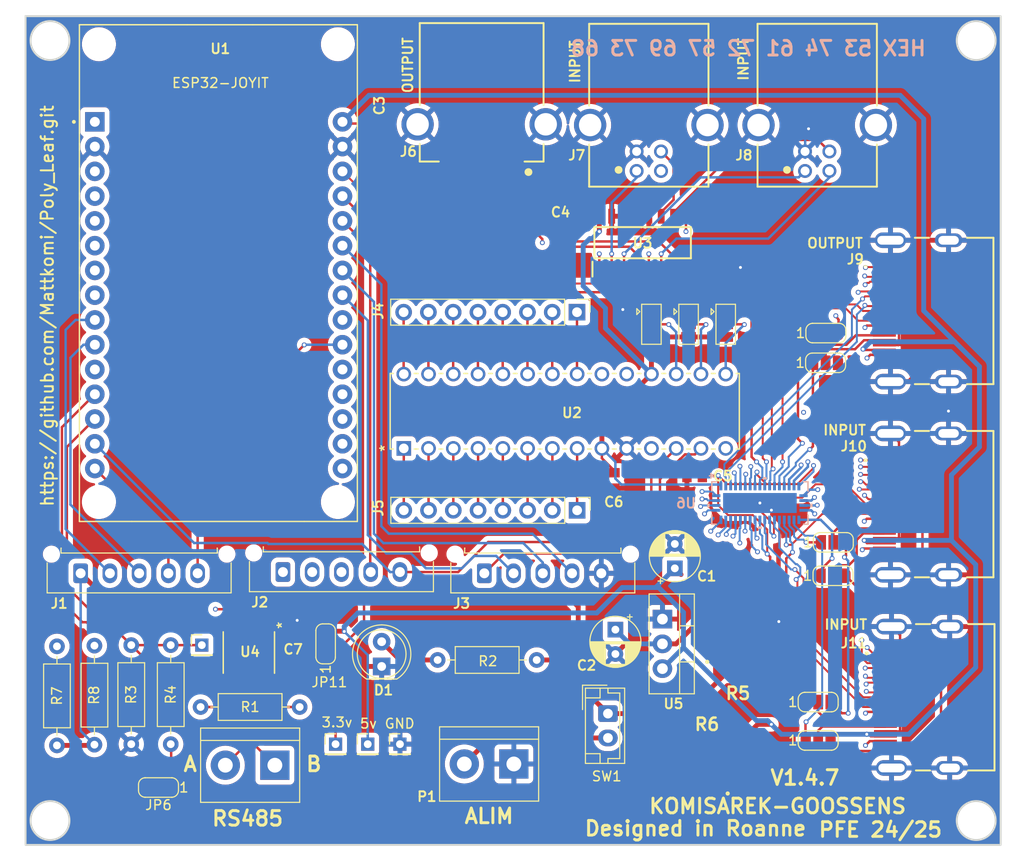
<source format=kicad_pcb>
(kicad_pcb (version 20221018) (generator pcbnew)
  (layers (0 "F.Cu" signal) (1 "In1.Cu" signal) (2 "In2.Cu" signal) (31 "B.Cu" signal) (34 "B.Paste" user) (35 "F.Paste" user) (36 "B.SilkS" user "B.Silkscreen") (37 "F.SilkS" user "F.Silkscreen") (38 "B.Mask" user) (39 "F.Mask" user) (44 "Edge.Cuts" user))
  (net 0 "")
  (net 1 "GND")
  (net 2 "Net-(J1-Pin_2)")
  (net 3 "Net-(J3-Pin_1)")
  (net 4 "Net-(J3-Pin_2)")
  (net 5 "+5V")
  (net 6 "Net-(D13-A)")
  (net 7 "+3.3V")
  (net 8 "/USB_IN1_5v")
  (net 9 "/USB_IN2_5v")
  (net 10 "/USB_OUT_5v")
  (net 11 "/select_USB")
  (net 12 "Net-(J5-Pin_8)")
  (net 13 "Net-(J5-Pin_7)")
  (net 14 "Net-(J5-Pin_6)")
  (net 15 "Net-(J5-Pin_5)")
  (net 16 "Net-(J5-Pin_4)")
  (net 17 "Net-(J5-Pin_3)")
  (net 18 "Net-(J5-Pin_2)")
  (net 19 "Net-(J5-Pin_1)")
  (net 20 "/SCL")
  (net 21 "/SDA")
  (net 22 "Net-(JP1-C)")
  (net 23 "Net-(JP2-C)")
  (net 24 "Net-(JP3-C)")
  (net 27 "Net-(J6-Pin_1)")
  (net 28 "Net-(J6-Pin_2)")
  (net 29 "Net-(J6-Pin_3)")
  (net 30 "Net-(J6-Pin_4)")
  (net 31 "Net-(J6-Pin_5)")
  (net 32 "Net-(J6-Pin_6)")
  (net 33 "Net-(J6-Pin_7)")
  (net 34 "Net-(J6-Pin_8)")
  (net 35 "/IN1_D2+")
  (net 36 "/IN1_D2-")
  (net 37 "/IN1_D1+")
  (net 38 "/IN1_D1-")
  (net 39 "/IN1_D0+")
  (net 40 "/IN1_D0-")
  (net 41 "/IN1_CEC")
  (net 43 "/IN1_HPD")
  (net 44 "/IN2_D2+")
  (net 45 "/IN2_D2-")
  (net 46 "/IN2_D1+")
  (net 47 "/IN2_D1-")
  (net 48 "/IN2_D0+")
  (net 49 "/IN2_D0-")
  (net 51 "/IN2_HPD")
  (net 52 "/OUT_D2+")
  (net 53 "/OUT_D2-")
  (net 54 "/OUT_D1+")
  (net 55 "/OUT_D1-")
  (net 56 "/OUT_D0+")
  (net 57 "/OUT_D0-")
  (net 58 "/OUT_CEC")
  (net 60 "/OUT_HPD")
  (net 61 "/HDMI_Sel1")
  (net 62 "/HDMI_Sel2")
  (net 63 "/IN2_CLK+")
  (net 64 "/IN2_CLK-")
  (net 65 "Net-(JP6-A)")
  (net 66 "Net-(SW1-A)")
  (net 67 "Net-(U3-VO)")
  (net 68 "Net-(JP7-C)")
  (net 69 "Net-(JP10-C)")
  (net 70 "Net-(JP8-C)")
  (net 71 "/OUT_CLK+")
  (net 72 "/OUT_CLK-")
  (net 74 "/SW_HDMI")
  (net 76 "/RS_R{slash}E")
  (net 77 "/Ligne_2")
  (net 79 "/Col_0")
  (net 80 "/Col_1")
  (net 81 "/RS_RX")
  (net 82 "/RS_TX")
  (net 83 "/Col_2")
  (net 89 "/Ligne_0")
  (net 90 "/Ligne_1")
  (net 91 "/Pin_joy_X")
  (net 92 "/Pin_joy_Y")
  (net 93 "/Pin_joy_BP")
  (net 94 "/SW_USB")
  (net 95 "/IN1_SDA")
  (net 96 "/IN1_SCL")
  (net 97 "/IN1_CLK-")
  (net 98 "/IN1_CLK+")
  (net 99 "Net-(IC1-I0B)")
  (net 100 "Net-(IC1-I1B)")
  (net 101 "Net-(IC1-YB)")
  (net 102 "Net-(IC1-YC)")
  (net 103 "Net-(IC1-I1C)")
  (net 104 "Net-(IC1-I0C)")
  (net 105 "/IN2_CEC")
  (net 106 "Net-(JP9-C)")
  (net 107 "Net-(JP4-C)")
  (net 108 "Net-(JP5-C)")
  (net 109 "/OUT_SCL_SW")
  (net 110 "/OUT_SDA_SW")
  (net 111 "/IN2_SDA_SW")
  (net 112 "/IN1_SDA_SW")
  (net 113 "/IN2_SCL_SW")
  (net 114 "/IN1_SCL_SW")
  (net 115 "Net-(JP11-C)")
  (net 116 "Net-(JP6-C)")
  (footprint "Resistor_THT:R_Axial_DIN0207_L6.3mm_D2.5mm_P10.16mm_Horizontal" (layer "F.Cu") (at 53.213 129.794 90)
    (fp_text reference "R7")
    (fp_text value "4.7k" hide)
  )
  (footprint "Library:61400416121" (layer "F.Cu") (at 113.919 64.135 180)
    (property "VALUE" "61400416121")
    (fp_text reference "J4" hide)
    (fp_text value "61400416121" hide)
  )
  (footprint "Capacitor_THT:CP_Radial_D5.0mm_P2.50mm" (layer "F.Cu") (at 110.49 117.920888 -90)
    (fp_text reference "C2" hide)
    (fp_text value "10µF" hide)
  )
  (footprint "Jumper:SolderJumper-3_P1.3mm_Open_Pad1.0x1.5mm" (layer "F.Cu") (at 117.9962 86.6008 -90)
    (fp_text reference "JP2" hide)
    (fp_text value "A1 jumper" hide)
  )
  (footprint "Jumper:SolderJumper-3_P1.3mm_Open_RoundedPad1.0x1.5mm_NumberLabels" (layer "F.Cu") (at 132.08 87.503)
    (fp_text reference "JP7" hide)
    (fp_text value "SolderJumper_3_Open" hide)
  )
  (footprint "Resistor_THT:R_Axial_DIN0207_L6.3mm_D2.5mm_P10.16mm_Horizontal" (layer "F.Cu") (at 102.4178 121.031 180)
    (fp_text reference "R2")
    (fp_text value "320" hide)
  )
  (footprint "Library:WSHM28181L000FEA" (layer "F.Cu") (at 119.888 131.572 180)
    (fp_text reference "R6")
    (fp_text value "0.01" hide)
  )
  (footprint "Library:SAMTEC_HDMR-19-01-S-SM-TR" (layer "F.Cu") (at 144.0147 124.8578 90)
    (fp_text reference "J7" hide)
    (fp_text value "HDMI_INPUT1" hide)
  )
  (footprint "Connector_PinHeader_2.00mm:PinHeader_1x01_P2.00mm_Vertical" (layer "F.Cu") (at 68.072 119.507)
    (fp_text reference "J16" hide)
    (fp_text value "Point test" hide)
  )
  (footprint "Connector_PinHeader_2.54mm:PinHeader_1x08_P2.54mm_Vertical" (layer "F.Cu") (at 106.5512 85.3608 -90)
    (fp_text reference "J6" hide)
    (fp_text value "Conn_01x08_Pin" hide)
  )
  (footprint "Library:CAPC2012X135N" (layer "F.Cu") (at 110.236 102.616 -90)
    (fp_text reference "C7" hide)
    (fp_text value "100nF" hide)
  )
  (footprint "Package_TO_SOT_THT:TO-220-3_Vertical" (layer "F.Cu") (at 115.316 116.84 -90)
    (fp_text reference "U3" hide)
    (fp_text value "LM1085" hide)
  )
  (footprint "Jumper:SolderJumper-3_P1.3mm_Open_Pad1.0x1.5mm" (layer "F.Cu") (at 114.1862 86.6008 -90)
    (fp_text reference "JP3" hide)
    (fp_text value "A2 jumper" hide)
  )
  (footprint "Jumper:SolderJumper-3_P1.3mm_Open_RoundedPad1.0x1.5mm_NumberLabels" (layer "F.Cu") (at 131.288 129.286)
    (fp_text reference "JP9" hide)
    (fp_text value "SolderJumper_3_Open" hide)
  )
  (footprint "Jumper:SolderJumper-3_P1.3mm_Open_RoundedPad1.0x1.5mm_NumberLabels" (layer "F.Cu") (at 63.627 134.112 180)
    (fp_text reference "JP6")
    (fp_text value "SolderJumper_3_Open" hide)
  )
  (footprint "Library:CAPC2012X135N" (layer "F.Cu") (at 86.36 66.802 -90)
    (fp_text reference "C3" hide)
    (fp_text value "100nF" hide)
  )
  (footprint "Resistor_THT:R_Axial_DIN0207_L6.3mm_D2.5mm_P10.16mm_Horizontal" (layer "F.Cu") (at 57.057 129.72 90)
    (fp_text reference "R8")
    (fp_text value "4.7k" hide)
  )
  (footprint "Library:SAMTEC_HDMR-19-01-S-SM-TR" (layer "F.Cu") (at 143.9042 85.2338 90)
    (fp_text reference "J9" hide)
    (fp_text value "HDMI_OUTPUT" hide)
  )
  (footprint "Connector_Molex:Molex_Micro-Fit_3.0_43650-0515_1x05_P3.00mm_Vertical" (layer "F.Cu") (at 97.045 112.141)
    (fp_text reference "J13" hide)
    (fp_text value "Conn_01x05_Pin" hide)
  )
  (footprint "Connector_JST:JST_EH_B2B-EH-A_1x02_P2.50mm_Vertical" (layer "F.Cu") (at 109.728 126.532 -90)
    (fp_text reference "SW1")
    (fp_text value "SW_ON/OFF" hide)
  )
  (footprint "Library:SOIC127P600X175-16N" (layer "F.Cu") (at 113.284 78.232 90)
    (fp_text reference "IC1" hide)
    (fp_text value "QS3VH257S1G8" hide)
  )
  (footprint "TerminalBlock:TerminalBlock_bornier-2_P5.08mm" (layer "F.Cu") (at 100.076 131.699 180)
    (fp_text reference "J1" hide)
    (fp_text value "Conn_power" hide)
  )
  (footprint "Connector_PinHeader_2.00mm:PinHeader_1x01_P2.00mm_Vertical" (layer "F.Cu") (at 88.392 129.667)
    (fp_text reference "J15" hide)
    (fp_text value "Point test" hide)
  )
  (footprint "Jumper:SolderJumper-3_P1.3mm_Open_RoundedPad1.0x1.5mm_NumberLabels" (layer "F.Cu") (at 132.812 112.395)
    (fp_text reference "JP5" hide)
    (fp_text value "SolderJumper_3_Open" hide)
  )
  (footprint "Connector_PinHeader_2.00mm:PinHeader_1x01_P2.00mm_Vertical" (layer "F.Cu") (at 81.788 129.667)
    (fp_text reference "J12" hide)
    (fp_text value "Point test" hide)
  )
  (footprint "Connector_PinHeader_2.00mm:PinHeader_1x01_P2.00mm_Vertical" (layer "F.Cu") (at 85.09 129.667)
    (fp_text reference "J14" hide)
    (fp_text value "Point test" hide)
  )
  (footprint "Library:61400416121" (layer "F.Cu") (at 131.191 64.135 180)
    (property "VALUE" "61400416121")
    (fp_text reference "J2" hide)
    (fp_text value "61400416121" hide)
  )
  (footprint "Library:62900416021" (layer "F.Cu") (at 96.774 62.81 180)
    (property "VALUE" "61400416121")
    (fp_text reference "Sortie_USB1" hide)
    (fp_text value "61400416121" hide)
  )
  (footprint "Jumper:SolderJumper-3_P1.3mm_Open_RoundedPad1.0x1.5mm_NumberLabels" (layer "F.Cu") (at 132.842 108.966)
    (fp_text reference "JP4" hide)
    (fp_text value "SolderJumper_3_Open" hide)
  )
  (footprint "Library:CAPC2012X135N" (layer "F.Cu") (at 106.68 75.057 90)
    (fp_text reference "C4" hide)
    (fp_text value "100nF" hide)
  )
  (footprint "Library:SAMTEC_HDMR-19-01-S-SM-TR" (layer "F.Cu") (at 143.9042 105.0458 90)
    (fp_text reference "J8" hide)
    (fp_text value "HDMI_INPUT2" hide)
  )
  (footprint "Jumper:SolderJumper-3_P1.3mm_Open_RoundedPad1.0x1.5mm_NumberLabels" (layer "F.Cu") (at 131.288 125.349)
    (fp_text reference "JP8" hide)
    (fp_text value "SolderJumper_3_Open" hide)
  )
  (footprint "Library:SPDIP28_300MC_MCH" (layer "F.Cu") (at 88.7862 99.3308 90)
    (fp_text reference "U5" hide)
    (fp_text value "GPIO_extandeur" hide)
  )
  (footprint "Connector_Molex:Molex_Micro-Fit_3.0_43650-0515_1x05_P3.00mm_Vertical" (layer "F.Cu") (at 55.643 112.141)
    (fp_text reference "J10" hide)
    (fp_text value "Conn_01x05_Pin" hide)
  )
  (footprint "Library:21-0041B_8_MXM" (layer "F.Cu") (at 72.898 120.269 -90)
    (fp_text reference "U2" hide)
    (fp_text value "MAX487ECSA+" hide)
  )
  (footprint "Library:MODULE_ESP32_DEVKIT_JOYIT" (layer "F.Cu") (at 69.7992 81.3518)
    (fp_text reference "U8" hide)
    (fp_text value "ESP32-JOYIT")
  )
  (footprint "Jumper:SolderJumper-3_P1.3mm_Open_Pad1.0x1.5mm" (layer "F.Cu") (at 121.8062 86.6008 -90)
    (fp_text reference "JP1" hide)
    (fp_text value "A0 jumper" hide)
  )
  (footprint "Resistor_THT:R_Axial_DIN0207_L6.3mm_D2.5mm_P10.16mm_Horizontal" (layer "F.Cu") (at 60.833 129.667 90)
    (fp_text reference "R3")
    (fp_text value "8.2k" hide)
  )
  (footprint "Library:WSHM28181L000FEA" (layer "F.Cu") (at 123.063 119.103 90)
    (fp_text reference "R5")
    (fp_text value "0.01" hide)
  )
  (footprint "Library:CAPC2012X135N" (layer "F.Cu") (at 77.343 122.047 90)
    (fp_text reference "C8" hide)
    (fp_text value "100nF" hide)
  )
  (footprint "LED_THT:LED_D5.0mm" (layer "F.Cu") (at 86.5174 121.6964 90)
    (fp_text reference "D13" hide)
    (fp_text value "LED" hide)
  )
  (footprint "Resistor_THT:R_Axial_DIN0207_L6.3mm_D2.5mm_P10.16mm_Horizontal" (layer "F.Cu") (at 64.883 129.667 90)
    (fp_text reference "R4")
    (fp_text value "10k" hide)
  )
  (footprint "Jumper:SolderJumper-3_P1.3mm_Open_RoundedPad1.0x1.5mm_NumberLabels" (layer "F.Cu") (at 80.772 119.38 90)
    (fp_text reference "JP11")
    (fp_text value "SolderJumper_3_Open" hide)
  )
  (footprint "Library:CAPC2012X135N" (layer "F.Cu") (at 118.618 102.108 180)
    (fp_text reference "C5" hide)
    (fp_text value "100nF" hide)
  )
  (footprint "Jumper:SolderJumper-3_P1.3mm_Open_RoundedPad1.0x1.5mm_NumberLabels" (layer "F.Cu") (at 132.05 90.551)
    (fp_text reference "JP10" hide)
    (fp_text value "SolderJumper_3_Open" hide)
  )
  (footprint "Connector_Molex:Molex_Micro-Fit_3.0_43650-0515_1x05_P3.00mm_Vertical" (layer "F.Cu") (at 76.392 112.014)
    (fp_text reference "J11" hide)
    (fp_text value "Conn_01x05_Pin" hide)
  )
  (footprint "Resistor_THT:R_Axial_DIN0207_L6.3mm_D2.5mm_P10.16mm_Horizontal" (layer "F.Cu") (at 67.945 125.857)
    (fp_text reference "R1")
    (fp_text value "120" hide)
  )
  (footprint "Capacitor_THT:CP_Radial_D5.0mm_P2.50mm" (layer "F.Cu") (at 116.586 111.633 90)
    (fp_text reference "C1" hide)
    (fp_text value "10µF" hide)
  )
  (footprint "TerminalBlock:TerminalBlock_bornier-2_P5.08mm" (layer "F.Cu") (at 75.565 131.826 180)
    (fp_text reference "J3" hide)
    (fp_text value "RS485" hide)
  )
  (footprint "Connector_PinHeader_2.54mm:PinHeader_1x08_P2.54mm_Vertical" (layer "F.Cu") (at 106.5662 105.6808 -90)
    (fp_text reference "J5" hide)
    (fp_text value "Conn_01x08_Pin" hide)
  )
  (footprint "Library:RUA42_7P55X2P05_TEX" (layer "B.Cu") (at 125.3114 104.9315 -90)
    (fp_text reference "U1" hide)
    (fp_text value "TS3DV621RUAR" hide)
  )
  (gr_rect (start 50 55) (end 150 140) (stroke (width 0.2)) (fill none) (layer "Edge.Cuts"))
  (gr_circle (center 147.5 137.5) (end 149.5 137.5) (stroke (width 0.2)) (fill none) (layer "Edge.Cuts"))
  (gr_circle (center 52.5 137.5) (end 54.5 137.5) (stroke (width 0.2)) (fill none) (layer "Edge.Cuts"))
  (gr_circle (center 52.5 57.5) (end 54.5 57.5) (stroke (width 0.2)) (fill none) (layer "Edge.Cuts"))
  (gr_circle (center 147.5 57.5) (end 149.5 57.5) (stroke (width 0.2)) (fill none) (layer "Edge.Cuts"))
  (gr_text "HEX 53 74 61 72 57 69 73 68" (at 142.494 59.182) (layer "B.SilkS") (effects (font (size 1.5 1.5) (thickness 0.3) bold) (justify left bottom mirror)))
  (gr_text "U6" (at 118.872 105.537) (layer "B.SilkS") (effects (font (size 1 1) (thickness 0.2) bold) (justify left bottom mirror)))
  (gr_text "Designed in Roanne" (at 107.188 139.192) (layer "F.SilkS") (effects (font (size 1.5 1.5) (thickness 0.3) bold) (justify left bottom)))
  (gr_text "5v" (at 84.201 128.143) (layer "F.SilkS") (effects (font (size 1 1)) (justify left bottom)))
  (gr_text "ALIM" (at 94.869 137.922) (layer "F.SilkS") (effects (font (size 1.5 1.5) (thickness 0.3) bold) (justify left bottom)))
  (gr_text "OUTPUT" (at 89.789 62.992 90) (layer "F.SilkS") (effects (font (size 1 1) (thickness 0.2) bold) (justify left bottom)))
  (gr_text "J9" (at 134.112 80.518) (layer "F.SilkS") (effects (font (size 1 1) (thickness 0.2) bold) (justify left bottom)))
  (gr_text "C2" (at 106.426 122.174) (layer "F.SilkS") (effects (font (size 1 1) (thickness 0.2) bold) (justify left bottom)))
  (gr_text "B" (at 78.613 132.588) (layer "F.SilkS") (effects (font (size 1.5 1.5) (thickness 0.3) bold) (justify left bottom)))
  (gr_text "P1" (at 90.043 135.636) (layer "F.SilkS") (effects (font (size 1 1) (thickness 0.2) bold) (justify left bottom)))
  (gr_text "INPUT" (at 124.206 61.722 90) (layer "F.SilkS") (effects (font (size 1 1) (thickness 0.2) bold) (justify left bottom)))
  (gr_text "J10" (at 133.477 99.695) (layer "F.SilkS") (effects (font (size 1 1) (thickness 0.2) bold) (justify left bottom)))
  (gr_text "C6" (at 109.22 105.41) (layer "F.SilkS") (effects (font (size 1 1) (thickness 0.2) bold) (justify left bottom)))
  (gr_text "V1.4.7" (at 126.238 133.985) (layer "F.SilkS") (effects (font (size 1.5 1.5) (thickness 0.3) bold) (justify left bottom)))
  (gr_text "J8" (at 122.682 69.85) (layer "F.SilkS") (effects (font (size 1 1) (thickness 0.2) bold) (justify left bottom)))
  (gr_text "U1" (at 68.834 58.928) (layer "F.SilkS") (effects (font (size 1 1) (thickness 0.2) bold) (justify left bottom)))
  (gr_text "U2" (at 104.902 96.266) (layer "F.SilkS") (effects (font (size 1 1) (thickness 0.2) bold) (justify left bottom)))
  (gr_text "U4" (at 71.882 120.777) (layer "F.SilkS") (effects (font (size 1 1) (thickness 0.2) bold) (justify left bottom)))
  (gr_text "C1" (at 118.745 113.03) (layer "F.SilkS") (effects (font (size 1 1) (thickness 0.2) bold) (justify left bottom)))
  (gr_text "J7" (at 105.537 69.85) (layer "F.SilkS") (effects (font (size 1 1) (thickness 0.2) bold) (justify left bottom)))
  (gr_text "C3" (at 86.868 65.278 90) (layer "F.SilkS") (effects (font (size 1 1) (thickness 0.2) bold) (justify left bottom)))
  (gr_text "J6" (at 88.265 69.469) (layer "F.SilkS") (effects (font (size 1 1) (thickness 0.2) bold) (justify left bottom)))
  (gr_text "RS485" (at 68.961 138.176) (layer "F.SilkS") (effects (font (size 1.5 1.5) (thickness 0.3) bold) (justify left bottom)))
  (gr_text "3.3v" (at 80.264 128.016) (layer "F.SilkS") (effects (font (size 1 1)) (justify left bottom)))
  (gr_text "C7" (at 76.327 120.523) (layer "F.SilkS") (effects (font (size 1 1) (thickness 0.2) bold) (justify left bottom)))
  (gr_text "INPUT" (at 106.934 61.976 90) (layer "F.SilkS") (effects (font (size 1 1) (thickness 0.2) bold) (justify left bottom)))
  (gr_text "U5" (at 115.316 126.111) (layer "F.SilkS") (effects (font (size 1 1) (thickness 0.2) bold) (justify left bottom)))
  (gr_text "A" (at 66.04 132.588) (layer "F.SilkS") (effects (font (size 1.5 1.5) (thickness 0.3) bold) (justify left bottom)))
  (gr_text "PFE 24/25" (at 131.191 139.319) (layer "F.SilkS") (effects (font (size 1.5 1.5) (thickness 0.3) bold) (justify left bottom)))
  (gr_text "https://github.com/Mattkomi/Poly_Leaf.git" (at 52.959 105.41 90) (layer "F.SilkS") (effects (font (size 1.25 1.25) (thickness 0.2) bold) (justify left bottom)))
  (gr_text "GND" (at 86.741 128.143) (layer "F.SilkS") (effects (font (size 1 1)) (justify left bottom)))
  (gr_text "J1" (at 52.451 115.824) (layer "F.SilkS") (effects (font (size 1 1) (thickness 0.2) bold) (justify left bottom)))
  (gr_text "C4" (at 103.759 75.692) (layer "F.SilkS") (effects (font (size 1 1) (thickness 0.2) bold) (justify left bottom)))
  (gr_text "J2" (at 73.025 115.697) (layer "F.SilkS") (effects (font (size 1 1) (thickness 0.2) bold) (justify left bottom)))
  (gr_text "J3" (at 93.726 115.824) (layer "F.SilkS") (effects (font (size 1 1) (thickness 0.2) bold) (justify left bottom)))
  (gr_text "J5" (at 86.741 106.426 90) (layer "F.SilkS") (effects (font (size 1 1) (thickness 0.2) bold) (justify left bottom)))
  (gr_text "U3" (at 112.141 78.867) (layer "F.SilkS") (effects (font (size 1 1) (thickness 0.2) bold) (justify left bottom)))
  (gr_text "INPUT" (at 131.826 117.983) (layer "F.SilkS") (effects (font (size 1 1) (thickness 0.2) bold) (justify left bottom)))
  (gr_text "KOMISAREK-GOOSSENS" (at 113.792 136.906) (layer "F.SilkS") (effects (font (size 1.5 1.5) (thickness 0.3) bold) (justify left bottom)))
  (gr_text "OUTPUT" (at 130.048 78.867) (layer "F.SilkS") (effects (font (size 1 1) (thickness 0.2) bold) (justify left bottom)))
  (gr_text "J4" (at 86.741 86.233 90) (layer "F.SilkS") (effects (font (size 1 1) (thickness 0.2) bold) (justify left bottom)))
  (gr_text "J11" (at 133.477 119.888) (layer "F.SilkS") (effects (font (size 1 1) (thickness 0.2) bold) (justify left bottom)))
  (gr_text "D1" (at 85.598 124.714) (layer "F.SilkS") (effects (font (size 1 1) (thickness 0.2) bold) (justify left bottom)))
  (gr_text "INPUT" (at 131.699 98.044) (layer "F.SilkS") (effects (font (size 1 1) (thickness 0.2) bold) (justify left bottom)))
  (gr_text "C5" (at 120.396 102.743) (layer "F.SilkS") (effects (font (size 1 1) (thickness 0.2) bold) (justify left bottom)))
  (segment (start 139.5792 108.5108) (end 139.5792 105.283) (width 0.25) (layer "F.Cu") (net 1))
  (segment (start 144.6642 97.7958) (end 144.6642 95.5152) (width 0.25) (layer "F.Cu") (net 1))
  (segment (start 126.492 106.1121) (end 126.492 105.664) (width 0.25) (layer "F.Cu") (net 1))
  (segment (start 127.321 117.027) (end 127.321 106.9411) (width 0.25) (layer "F.Cu") (net 1))
  (segment (start 139.5792 101.0808) (end 139.5792 102.235) (width 0.25) (layer "F.Cu") (net 1))
  (segment (start 144.6642 95.5152) (end 144.653 95.504) (width 0.25) (layer "F.Cu") (net 1))
  (segment (start 139.5792 105.5108) (end 139.5792 105.283) (width 0.25) (layer "F.Cu") (net 1))
  (segment (start 139.5792 82.7688) (end 139.5792 84.1988) (width 0.25) (layer "F.Cu") (net 1))
  (segment (start 139.5792 82.6988) (end 139.5442 82.7338) (width 0.25) (layer "F.Cu") (net 1))
  (segment (start 139.5442 88.7338) (end 139.5792 88.6988) (width 0.25) (layer "F.Cu") (net 1))
  (segment (start 139.5442 101.0458) (end 139.5792 101.0808) (width 0.25) (layer "F.Cu") (net 1))
  (segment (start 138.1897 120.8578) (end 139.6547 120.8578) (width 0.25) (layer "F.Cu") (net 1))
  (segment (start 139.7 85.578) (end 139.5442 85.7338) (width 0.25) (layer "F.Cu") (net 1))
  (segment (start 139.5792 88.6988) (end 139.5792 85.7688) (width 0.25) (layer "F.Cu") (net 1))
  (segment (start 139.6547 125.3578) (end 138.1897 125.3578) (width 0.25) (layer "F.Cu") (net 1))
  (segment (start 139.5442 105.5458) (end 139.5792 105.5108) (width 0.25) (layer "F.Cu") (net 1))
  (segment (start 139.5792 81.2688) (end 139.5792 82.6988) (width 0.25) (layer "F.Cu") (net 1))
  (segment (start 141.815 91.103) (end 140.4342 92.4838) (width 0.25) (layer "F.Cu") (net 1))
  (segment (start 138.0792 105.5458) (end 139.5442 105.5458) (width 0.25) (layer "F.Cu") (net 1))
  (segment (start 139.5442 108.5458) (end 139.5792 108.5108) (width 0.25) (layer "F.Cu") (net 1))
  (segment (start 139.7 84.3896) (end 139.7 85.578) (width 0.25) (layer "F.Cu") (net 1))
  (segment (start 139.6547 128.3578) (end 138.1897 128.3578) (width 0.25) (layer "F.Cu") (net 1))
  (segment (start 139.6897 120.8228) (end 139.6897 122.3228) (width 0.25) (layer "F.Cu") (net 1))
  (segment (start 138.0792 88.7338) (end 139.5442 88.7338) (width 0.25) (layer "F.Cu") (net 1))
  (segment (start 139.6897 123.8228) (end 139.6897 125.3228) (width 0.25) (layer "F.Cu") (net 1))
  (segment (start 139.5442 85.7338) (end 138.0792 85.7338) (width 0.25) (layer "F.Cu") (net 1))
  (segment (start 139.6897 125.3228) (end 139.6897 128.3228) (width 0.25) (layer "F.Cu") (net 1))
  (segment (start 139.5792 84.1988) (end 139.5442 84.2338) (width 0.25) (layer "F.Cu") (net 1))
  (segment (start 138.0792 82.7338) (end 139.5442 82.7338) (width 0.25) (layer "F.Cu") (net 1))
  (segment (start 141.815 89.872) (end 141.815 91.103) (width 0.25) (layer "F.Cu") (net 1))
  (segment (start 139.6547 120.8578) (end 139.6897 120.8228) (width 0.25) (layer "F.Cu") (net 1))
  (segment (start 139.5442 84.2338) (end 139.7 84.3896) (width 0.25) (layer "F.Cu") (net 1))
  (segment (start 138.0792 84.2338) (end 139.5442 84.2338) (width 0.25) (layer "F.Cu") (net 1))
  (segment (start 139.6547 123.8578) (end 138.1897 123.8578) (width 0.25) (layer "F.Cu") (net 1))
  (segment (start 139.6897 122.3228) (end 139.6897 123.8228) (width 0.25) (layer "F.Cu") (net 1))
  (segment (start 139.6897 118.4828) (end 138.8147 117.6078) (width 0.25) (layer "F.Cu") (net 1))
  (segment (start 139.5792 105.283) (end 139.5792 104.0108) (width 0.25) (layer "F.Cu") (net 1))
  (segment (start 139.5792 98.6708) (end 138.7042 97.7958) (width 0.25) (layer "F.Cu") (net 1))
  (segment (start 140.6418 88.6988) (end 141.815 89.872) (width 0.25) (layer "F.Cu") (net 1))
  (segment (start 138.0792 81.2338) (end 139.5442 81.2338) (width 0.25) (layer "F.Cu") (net 1))
  (segment (start 139.6897 122.3228) (end 139.6547 122.3578) (width 0.25) (layer "F.Cu") (net 1))
  (segment (start 139.6897 120.8228) (end 139.6897 118.4828) (width 0.25) (layer "F.Cu") (net 1))
  (segment (start 127.321 106.9411) (end 126.492 106.1121) (width 0.25) (layer "F.Cu") (net 1))
  (segment (start 139.5792 101.0808) (end 139.5792 98.6708) (width 0.25) (layer "F.Cu") (net 1))
  (segment (start 140.4342 92.4838) (end 138.7042 92.4838) (width 0.25) (layer "F.Cu") (net 1))
  (segment (start 138.0792 108.5458) (end 139.5442 108.5458) (width 0.25) (layer "F.Cu") (net 1))
  (segment (start 139.5442 82.7338) (end 139.5792 82.7688) (width 0.25) (layer "F.Cu") (net 1))
  (segment (start 127.254 117.094) (end 127.321 117.027) (width 0.25) (layer "F.Cu") (net 1))
  (segment (start 139.5442 104.0458) (end 139.5792 104.0108) (width 0.25) (layer "F.Cu") (net 1))
  (segment (start 125.3114 104.9315) (end 126.0439 105.664) (width 0.25) (layer "F.Cu") (net 1))
  (segment (start 139.5442 102.5458) (end 138.0792 102.5458) (width 0.25) (layer "F.Cu") (net 1))
  (segment (start 139.6897 125.3228) (end 139.6547 125.3578) (width 0.25) (layer "F.Cu") (net 1))
  (segment (start 139.5792 88.6988) (end 140.6418 88.6988) (width 0.25) (layer "F.Cu") (net 1))
  (segment (start 139.6547 122.3578) (end 138.1897 122.3578) (width 0.25) (layer "F.Cu") (net 1))
  (segment (start 139.5442 81.2338) (end 139.5792 81.2688) (width 0.25) (layer "F.Cu") (net 1))
  (segment (start 139.5792 102.5108) (end 139.5442 102.5458) (width 0.25) (layer "F.Cu") (net 1))
  (segment (start 126.0439 105.664) (end 126.492 105.664) (width 0.25) (layer "F.Cu") (net 1))
  (segment (start 139.6897 128.3228) (end 139.6547 128.3578) (width 0.25) (layer "F.Cu") (net 1))
  (segment (start 139.5792 85.7688) (end 139.5442 85.7338) (width 0.25) (layer "F.Cu") (net 1))
  (segment (start 138.0792 101.0458) (end 139.5442 101.0458) (width 0.25) (layer "F.Cu") (net 1))
  (segment (start 139.6897 123.8228) (end 139.6547 123.8578) (width 0.25) (layer "F.Cu") (net 1))
  (segment (start 139.5792 104.0108) (end 139.5792 102.235) (width 0.25) (layer "F.Cu") (net 1))
  (segment (start 138.0792 104.0458) (end 139.5442 104.0458) (width 0.25) (layer "F.Cu") (net 1))
  (segment (start 139.5792 102.235) (end 139.5792 102.5108) (width 0.25) (layer "F.Cu") (net 1))
  (via (at 123.317 80.772) (size 0.5) (drill 0.3) (layers "F.Cu" "B.Cu") (net 1))
  (via (at 111.252 85.09) (size 0.5) (drill 0.3) (layers "F.Cu" "B.Cu") (net 1))
  (via (at 130.302 66.548) (size 0.5) (drill 0.3) (layers "F.Cu" "B.Cu") (net 1))
  (via (at 127.254 117.094) (size 0.5) (drill 0.3) (layers "F.Cu" "B.Cu") (net 1))
  (via (at 125.3114 104.9315) (size 0.5) (drill 0.3) (layers "F.Cu" "B.Cu") (net 1))
  (via (at 77.851 116.967) (size 0.5) (drill 0.3) (layers "F.Cu" "B.Cu") (net 1))
  (via (at 126.492 105.664) (size 0.5) (drill 0.3) (layers "F.Cu" "B.Cu") (net 1))
  (via (at 144.653 95.504) (size 0.5) (drill 0.3) (layers "F.Cu" "B.Cu") (net 1))
  (segment (start 129.9542 66.8958) (end 130.302 66.548) (width 0.25) (layer "B.Cu") (net 1))
  (segment (start 129.9542 69.5288) (end 129.9542 66.8958) (width 0.25) (layer "B.Cu") (net 1))
  (segment (start 94.996 131.699) (end 97.663 129.032) (width 0.5) (layer "F.Cu") (net 2))
  (segment (start 97.663 129.032) (end 109.728 129.032) (width 0.5) (layer "F.Cu") (net 2))
  (segment (start 73.533 122.99315) (end 73.533 124.587) (width 0.25) (layer "F.Cu") (net 3))
  (segment (start 73.533 124.587) (end 74.803 125.857) (width 0.25) (layer "F.Cu") (net 3))
  (segment (start 73.533 129.794) (end 75.565 131.826) (width 0.25) (layer "F.Cu") (net 3))
  (segment (start 74.803 125.857) (end 78.105 125.857) (width 0.25) (layer "F.Cu") (net 3))
  (segment (start 73.533 122.99315) (end 73.533 129.794) (width 0.25) (layer "F.Cu") (net 3))
  (segment (start 72.263 122.99315) (end 72.263 124.587) (width 0.25) (layer "F.Cu") (net 4))
  (segment (start 70.993 125.857) (end 67.945 125.857) (width 0.25) (layer "F.Cu") (net 4))
  (segment (start 72.263 130.048) (end 70.485 131.826) (width 0.25) (layer "F.Cu") (net 4))
  (segment (start 72.263 124.587) (end 70.993 125.857) (width 0.25) (layer "F.Cu") (net 4))
  (segment (start 72.263 122.99315) (end 72.263 130.048) (width 0.25) (layer "F.Cu") (net 4))
  (segment (start 136.271 128.651) (end 136.485363 128.651) (width 0.25) (layer "F.Cu") (net 5))
  (segment (start 138.0792 89.2338) (end 135.9698 89.2338) (width 0.25) (layer "F.Cu") (net 5))
  (segment (start 125.08 127.635) (end 126.492 127.635) (width 0.5) (layer "F.Cu") (net 5))
  (segment (start 86.36 66.012) (end 82.6744 66.012) (width 0.25) (layer "F.Cu") (net 5))
  (segment (start 136.2967 109.0458) (end 136.0137 108.7628) (width 0.25) (layer "F.Cu") (net 5))
  (segment (start 121.943 131.572) (end 121.943 130.772) (width 0.5) (layer "F.Cu") (net 5))
  (segment (start 136.485363 128.651) (end 136.692163 128.8578) (width 0.25) (layer "F.Cu") (net 5))
  (segment (start 138.0792 109.0458) (end 136.2967 109.0458) (width 0.25) (layer "F.Cu") (net 5))
  (segment (start 82.647 118.08) (end 82.677 118.11) (width 0.25) (layer "F.Cu") (net 5))
  (segment (start 135.9698 89.2338) (end 135.89 89.154) (width 0.25) (layer "F.Cu") (net 5))
  (segment (start 80.772 118.08) (end 82.647 118.08) (width 0.5) (layer "F.Cu") (net 5))
  (segment (start 136.692163 128.8578) (end 138.1897 128.8578) (width 0.25) (layer "F.Cu") (net 5))
  (segment (start 82.6744 66.012) (end 82.4992 65.8368) (width 0.25) (layer "F.Cu") (net 5))
  (segment (start 121.943 130.772) (end 125.08 127.635) (width 0.5) (layer "F.Cu") (net 5))
  (segment (start 117.221 112.268) (end 116.586 111.633) (width 0.5) (layer "F.Cu") (net 5))
  (via (at 136.0137 108.7628) (size 0.5) (drill 0.3) (layers "F.Cu" "B.Cu") (net 5))
  (via (at 135.89 89.154) (size 0.5) (drill 0.3) (layers "F.Cu" "B.Cu") (net 5))
  (via (at 126.492 127.635) (size 0.5) (drill 0.3) (layers "F.Cu" "B.Cu") (net 5))
  (via (at 136.271 128.651) (size 0.5) (drill 0.3) (layers "F.Cu" "B.Cu") (net 5))
  (via (at 82.677 118.11) (size 0.5) (drill 0.3) (layers "F.Cu" "B.Cu") (net 5))
  (segment (start 117.475 116.1465) (end 114.9295 113.601) (width 0.5) (layer "B.Cu") (net 5))
  (segment (start 117.475 119.761) (end 117.475 116.1465) (width 0.5) (layer "B.Cu") (net 5))
  (segment (start 126.111 127.254) (end 127.508 128.651) (width 0.5) (layer "B.Cu") (net 5))
  (segment (start 114.9295 113.601) (end 114.618 113.601) (width 0.5) (layer "B.Cu") (net 5))
  (segment (start 85.217 63.119) (end 139.7 63.119) (width 0.5) (layer "B.Cu") (net 5))
  (segment (start 111.189 113.601) (end 108.585 116.205) (width 0.5) (layer "B.Cu") (net 5))
  (segment (start 127.508 128.651) (end 136.271 128.651) (width 0.5) (layer "B.Cu") (net 5))
  (segment (start 136.0137 108.7628) (end 144.9578 108.7628) (width 0.5) (layer "B.Cu") (net 5))
  (segment (start 135.89 89.154) (end 136.652 88.392) (width 0.5) (layer "B.Cu") (net 5))
  (segment (start 82.677 117.602) (end 82.677 118.11) (width 0.5) (layer "B.Cu") (net 5))
  (segment (start 139.7 63.119) (end 142.113 65.532) (width 0.5) (layer "B.Cu") (net 5))
  (segment (start 82.4992 65.8368) (end 85.217 63.119) (width 0.5) (layer "B.Cu") (net 5))
  (segment (start 144.9578 108.7628) (end 144.9578 102.0572) (width 0.5) (layer "B.Cu") (net 5))
  (segment (start 147.828 90.932) (end 145.288 88.392) (width 0.5) (layer "B.Cu") (net 5))
  (segment (start 108.585 116.205) (end 84.074 116.205) (width 0.5) (layer "B.Cu") (net 5))
  (segment (start 116.586 111.633) (end 114.618 113.601) (width 0.5) (layer "B.Cu") (net 5))
  (segment (start 84.074 116.205) (end 82.677 117.602) (width 0.5) (layer "B.Cu") (net 5))
  (segment (start 114.618 113.601) (end 111.189 113.601) (width 0.5) (layer "B.Cu") (net 5))
  (segment (start 136.652 88.392) (end 145.288 88.392) (width 0.5) (layer "B.Cu") (net 5))
  (segment (start 142.113 65.532) (end 142.113 85.217) (width 0.5) (layer "B.Cu") (net 5))
  (segment (start 144.9578 108.7628) (end 147.447 111.252) (width 0.5) (layer "B.Cu") (net 5))
  (segment (start 147.447 111.252) (end 147.447 121.793) (width 0.5) (layer "B.Cu") (net 5))
  (segment (start 82.677 118.11) (end 85.09 120.523) (width 0.25) (layer "B.Cu") (net 5))
  (segment (start 85.09 120.523) (end 85.09 129.667) (width 0.25) (layer "B.Cu") (net 5))
  (segment (start 142.113 85.217) (end 145.288 88.392) (width 0.5) (layer "B.Cu") (net 5))
  (segment (start 144.9578 102.0572) (end 147.828 99.187) (width 0.5) (layer "B.Cu") (net 5))
  (segment (start 147.447 121.793) (end 140.589 128.651) (width 0.5) (layer "B.Cu") (net 5))
  (segment (start 124.968 127.254) (end 126.111 127.254) (width 0.5) (layer "B.Cu") (net 5))
  (segment (start 147.828 99.187) (end 147.828 90.932) (width 0.5) (layer "B.Cu") (net 5))
  (segment (start 115.316 121.92) (end 117.475 119.761) (width 0.5) (layer "B.Cu") (net 5))
  (segment (start 140.589 128.651) (end 136.271 128.651) (width 0.5) (layer "B.Cu") (net 5))
  (segment (start 117.475 119.761) (end 124.968 127.254) (width 0.5) (layer "B.Cu") (net 5))
  (segment (start 92.2578 121.031) (end 88.392 121.031) (width 0.5) (layer "F.Cu") (net 6))
  (segment (start 88.392 121.031) (end 86.5174 119.1564) (width 0.5) (layer "F.Cu") (net 6))
  (segment (start 130.81 101.346) (end 129.159 102.997) (width 0.2) (layer "F.Cu") (net 7))
  (segment (start 110.109 123.952) (end 120.269 123.952) (width 0.5) (layer "F.Cu") (net 7))
  (segment (start 126.365 110.458364) (end 126.365 118.656) (width 0.25) (layer "F.Cu") (net 7))
  (segment (start 56.983 129.794) (end 57.057 129.72) (width 0.25) (layer "F.Cu") (net 7))
  (segment (start 122.047 106.172) (end 121.031 105.156) (width 0.2) (layer "F.Cu") (net 7))
  (segment (start 114.1862 91.7108) (end 109.1062 96.7908) (width 0.5) (layer "F.Cu") (net 7))
  (segment (start 105.791 114.681) (end 106.68 115.57) (width 0.5) (layer "F.Cu") (net 7))
  (segment (start 121.031 105.156) (end 121.031 102.108) (width 0.2) (layer "F.Cu") (net 7))
  (segment (start 114.1862 87.9008) (end 121.8062 87.9008) (width 0.5) (layer "F.Cu") (net 7))
  (segment (start 123.863 121.158) (end 123.063 121.158) (width 0.25) (layer "F.Cu") (net 7))
  (segment (start 109.1062 100.3432) (end 109.1062 99.3308) (width 0.25) (layer "F.Cu") (net 7))
  (segment (start 129.159 102.997) (end 125.984 102.997) (width 0.2) (layer "F.Cu") (net 7))
  (segment (start 125.01104 102.02404) (end 125.984 102.997) (width 0.2) (layer "F.Cu") (net 7))
  (segment (start 106.68 75.847) (end 108.512 75.847) (width 0.25) (layer "F.Cu") (net 7))
  (segment (start 81.372 120.68) (end 84.709 117.343) (width 0.25) (layer "F.Cu") (net 7))
  (segment (start 53.213 129.794) (end 56.983 129.794) (width 0.5) (layer "F.Cu") (net 7))
  (segment (start 119.408 102.108) (end 121.031 102.108) (width 0.25) (layer "F.Cu") (net 7))
  (segment (start 121.031 102.108) (end 121.92 102.997) (width 0.2) (layer "F.Cu") (net 7))
  (segment (start 58.183 114.681) (end 84.709 114.681) (width 0.5) (layer "F.Cu") (net 7))
  (segment (start 84.709 114.681) (end 105.791 114.681) (width 0.5) (layer "F.Cu") (net 7))
  (segment (start 81.788 121.696) (end 81.788 129.667) (width 0.25) (layer "F.Cu") (net 7))
  (segment (start 126.063318 110.156682) (end 126.365 110.458364) (width 0.25) (layer "F.Cu") (net 7))
  (segment (start 126.063318 107.648318) (end 124.587 106.172) (width 0.2) (layer "F.Cu") (net 7))
  (segment (start 125.01104 101.758377) (end 125.01104 102.02404) (width 0.2) (layer "F.Cu") (net 7))
  (segment (start 126.063318 110.156682) (end 126.063318 107.648318) (width 0.2) (layer "F.Cu") (net 7))
  (segment (start 110.236 101.826) (end 110.236 101.473) (width 0.25) (layer "F.Cu") (net 7))
  (segment (start 126.365 118.656) (end 123.863 121.158) (width 0.25) (layer "F.Cu") (net 7))
  (segment (start 80.772 120.68) (end 81.372 120.68) (width 0.25) (layer "F.Cu") (net 7))
  (segment (start 109.1062 96.7908) (end 109.1062 99.3308) (width 0.5) (layer "F.Cu") (net 7))
  (segment (start 124.587 106.172) (end 122.047 106.172) (width 0.2) (layer "F.Cu") (net 7))
  (segment (start 120.269 123.952) (end 123.063 121.158) (width 0.5) (layer "F.Cu") (net 7))
  (segment (start 106.68 120.523) (end 110.109 123.952) (width 0.5) (layer "F.Cu") (net 7))
  (segment (start 121.92 102.997) (end 125.984 102.997) (width 0.2) (layer "F.Cu") (net 7))
  (segment (start 108.512 75.847) (end 108.839 75.52) (width 0.25) (layer "F.Cu") (net 7))
  (segment (start 110.236 101.473) (end 109.1062 100.3432) (width 0.25) (layer "F.Cu") (net 7))
  (segment (start 80.772 120.68) (end 81.788 121.696) (width 0.25) (layer "F.Cu") (net 7))
  (segment (start 114.1862 87.9008) (end 114.1862 91.7108) (width 0.5) (layer "F.Cu") (net 7))
  (segment (start 106.68 115.57) (end 106.68 120.523) (width 0.5) (layer "F.Cu") (net 7))
  (segment (start 55.643 112.141) (end 58.183 114.681) (width 0.5) (layer "F.Cu") (net 7))
  (segment (start 108.839 77.089) (end 108.839 76.962) (width 0.5) (layer "F.Cu") (net 7))
  (segment (start 130.81 101.092) (end 130.81 101.346) (width 0.2) (layer "F.Cu") (net 7))
  (segment (start 84.709 117.343) (end 84.709 114.681) (width 0.25) (layer "F.Cu") (net 7))
  (segment (start 108.839 75.52) (end 108.839 77.089) (width 0.5) (layer "F.Cu") (net 7))
  (via (at 130.81 101.092) (size 0.5) (drill 0.3) (layers "F.Cu" "B.Cu") (net 7))
  (via (at 125.01104 101.758377) (size 0.5) (drill 0.3) (layers "F.Cu" "B.Cu") (net 7))
  (via (at 121.031 102.108) (size 0.5) (drill 0.3) (layers "F.Cu" "B.Cu") (net 7))
  (via (at 126.063318 110.156682) (size 0.5) (drill 0.3) (layers "F.Cu" "B.Cu") (net 7))
  (via (at 108.839 77.089) (size 0.5) (drill 0.3) (layers "F.Cu" "B.Cu") (net 7))
  (segment (start 121.1449 103.04) (end 111.105888 103.04) (width 0.25) (layer "B.Cu") (net 7))
  (segment (start 125.56 109.653364) (end 125.56 108.315182) (width 0.2) (layer "B.Cu") (net 7))
  (segment (start 110.49 100.7146) (end 110.49 101.981) (width 0.25) (layer "B.Cu") (net 7))
  (segment (start 108.114 77.814) (end 107.86 77.814) (width 0.5) (layer "B.Cu") (net 7))
  (segment (start 130.81 101.092) (end 130.81 101.7079) (width 0.2) (layer "B.Cu") (net 7))
  (segment (start 107.188 82.677) (end 109.474 84.963) (width 0.5) (layer "B.Cu") (net 7))
  (segment (start 108.839 77.089) (end 108.114 77.814) (width 0.5) (layer "B.Cu") (net 7))
  (segment (start 107.86 77.814) (end 107.188 78.486) (width 0.5) (layer "B.Cu") (net 7))
  (segment (start 121.3114 103.2065) (end 121.1449 103.04) (width 0.25) (layer "B.Cu") (net 7))
  (segment (start 125.01104 101.758377) (end 125.01104 101.952417) (width 0.2) (layer "B.Cu") (net 7))
  (segment (start 109.1062 99.3308) (end 110.49 100.7146) (width 0.25) (layer "B.Cu") (net 7))
  (segment (start 126.063318 110.156682) (end 125.56 109.653364) (width 0.2) (layer "B.Cu") (net 7))
  (segment (start 109.474 84.963) (end 109.474 86.9986) (width 0.5) (layer "B.Cu") (net 7))
  (segment (start 55.643 128.306) (end 55.643 112.141) (width 0.25) (layer "B.Cu") (net 7))
  (segment (start 125.01104 101.952417) (end 124.811401 102.152056) (width 0.2) (layer "B.Cu") (net 7))
  (segment (start 107.188 78.486) (end 107.188 82.677) (width 0.5) (layer "B.Cu") (net 7))
  (segment (start 111.105888 103.04) (end 110.49 102.424112) (width 0.25) (layer "B.Cu") (net 7))
  (segment (start 121.3114 103.2065) (end 121.3114 102.3884) (width 0.2) (layer "B.Cu") (net 7))
  (segment (start 110.49 101.981) (end 110.49 102.424112) (width 0.25) (layer "B.Cu") (net 7))
  (segment (start 125.56 108.315182) (end 125.3114 108.066582) (width 0.2) (layer "B.Cu") (net 7))
  (segment (start 109.474 86.9986) (end 114.1862 91.7108) (width 0.5) (layer "B.Cu") (net 7))
  (segment (start 130.81 101.7079) (end 129.3114 103.2065) (width 0.2) (layer "B.Cu") (net 7))
  (segment (start 124.811401 102.152056) (end 124.811401 103.2065) (width 0.2) (layer "B.Cu") (net 7))
  (segment (start 125.3114 108.066582) (end 125.3114 106.6565) (width 0.2) (layer "B.Cu") (net 7))
  (segment (start 121.3114 102.3884) (end 121.031 102.108) (width 0.2) (layer "B.Cu") (net 7))
  (segment (start 57.057 129.72) (end 55.643 128.306) (width 0.25) (layer "B.Cu") (net 7))
  (segment (start 110.109 80.944) (end 110.109 79.375) (width 0.25) (layer "F.Cu") (net 8))
  (via (at 110.109 79.375) (size 0.5) (drill 0.3) (layers "F.Cu" "B.Cu") (net 8))
  (segment (start 112.669 71.551) (end 112.669 70.875) (width 0.25) (layer "B.Cu") (net 8))
  (segment (start 110.109 74.111) (end 112.669 71.551) (width 0.25) (layer "B.Cu") (net 8))
  (segment (start 110.109 79.375) (end 110.109 74.111) (width 0.25) (layer "B.Cu") (net 8))
  (segment (start 111.379 80.944) (end 111.379 79.375) (width 0.25) (layer "F.Cu") (net 9))
  (via (at 111.379 79.375) (size 0.5) (drill 0.3) (layers "F.Cu" "B.Cu") (net 9))
  (segment (start 111.379 79.375) (end 119.2252 71.5288) (width 0.25) (layer "B.Cu") (net 9))
  (segment (start 129.2872 71.5288) (end 129.941 70.875) (width 0.25) (layer "B.Cu") (net 9))
  (segment (start 119.2252 71.5288) (end 129.2872 71.5288) (width 0.25) (layer "B.Cu") (net 9))
  (segment (start 112.649 79.375) (end 112.649 80.944) (width 0.25) (layer "F.Cu") (net 10))
  (segment (start 100.274 69.76) (end 100.274 73.477) (width 0.25) (layer "F.Cu") (net 10))
  (segment (start 111.924 78.65) (end 112.649 79.375) (width 0.25) (layer "F.Cu") (net 10))
  (segment (start 100.274 73.477) (end 105.447 78.65) (width 0.25) (layer "F.Cu") (net 10))
  (segment (start 105.447 78.65) (end 111.924 78.65) (width 0.25) (layer "F.Cu") (net 10))
  (segment (start 108.839 80.944) (end 108.839 79.375) (width 0.25) (layer "F.Cu") (net 11))
  (via (at 108.839 79.375) (size 0.5) (drill 0.3) (layers "F.Cu" "B.Cu") (net 11))
  (segment (start 88.7862 105.6808) (end 88.7862 99.3308) (width 0.25) (layer "F.Cu") (net 12))
  (segment (start 91.3262 99.3308) (end 91.3262 105.6808) (width 0.25) (layer "F.Cu") (net 13))
  (segment (start 93.8662 99.3308) (end 93.8662 105.6808) (width 0.25) (layer "F.Cu") (net 14))
  (segment (start 96.4062 99.3308) (end 96.4062 105.6808) (width 0.25) (layer "F.Cu") (net 15))
  (segment (start 98.9462 99.3308) (end 98.9462 105.6808) (width 0.25) (layer "F.Cu") (net 16))
  (segment (start 101.4862 99.3308) (end 101.4862 105.6808) (width 0.25) (layer "F.Cu") (net 17))
  (segment (start 104.0262 99.3308) (end 104.0262 105.6808) (width 0.25) (layer "F.Cu") (net 18))
  (segment (start 106.5662 99.3308) (end 106.5662 105.6808) (width 0.25) (layer "F.Cu") (net 19))
  (segment (start 114.173 105.763492) (end 114.173 101.884) (width 0.25) (layer "F.Cu") (net 20))
  (segment (start 111.004492 108.932) (end 114.173 105.763492) (width 0.25) (layer "F.Cu") (net 20))
  (segment (start 97.443 108.932) (end 111.004492 108.932) (width 0.25) (layer "F.Cu") (net 20))
  (segment (start 94.361 112.014) (end 97.443 108.932) (width 0.25) (layer "F.Cu") (net 20))
  (segment (start 114.173 101.884) (end 116.7262 99.3308) (width 0.25) (layer "F.Cu") (net 20))
  (segment (start 88.392 112.014) (end 94.361 112.014) (width 0.25) (layer "F.Cu") (net 20))
  (segment (start 67.276 109.0336) (end 57.0992 98.8568) (width 0.25) (layer "B.Cu") (net 20))
  (segment (start 88.392 112.014) (end 87.392 112.014) (width 0.25) (layer "B.Cu") (net 20))
  (segment (start 84.5132 109.1352) (end 74.9046 109.1352) (width 0.25) (layer "B.Cu") (net 20))
  (segment (start 74.9046 109.1352) (end 74.803 109.0336) (width 0.25) (layer "B.Cu") (net 20))
  (segment (start 87.392 112.014) (end 84.5132 109.1352) (width 0.25) (layer "B.Cu") (net 20))
  (segment (start 74.803 109.0336) (end 67.276 109.0336) (width 0.25) (layer "B.Cu") (net 20))
  (segment (start 110.463888 110.109) (end 115.062 105.510888) (width 0.25) (layer "F.Cu") (net 21))
  (segment (start 115.062 105.510888) (end 115.062 102.489) (width 0.25) (layer "F.Cu") (net 21))
  (segment (start 117.1459 100.4051) (end 117.17119 100.4051) (width 0.25) (layer "F.Cu") (net 21))
  (segment (start 99.077 110.109) (end 110.463888 110.109) (width 0.25) (layer "F.Cu") (net 21))
  (segment (start 118.648 99.949) (end 119.2662 99.3308) (width 0.25) (layer "F.Cu") (net 21))
  (segment (start 117.62729 99.949) (end 118.648 99.949) (width 0.25) (layer "F.Cu") (net 21))
  (segment (start 117.17119 100.4051) (end 117.62729 99.949) (width 0.25) (layer "F.Cu") (net 21))
  (segment (start 115.062 102.489) (end 117.1459 100.4051) (width 0.25) (layer "F.Cu") (net 21))
  (segment (start 97.045 112.141) (end 99.077 110.109) (width 0.25) (layer "F.Cu") (net 21))
  (segment (start 121.8062 86.6008) (end 123.5542 86.6008) (width 0.25) (layer "F.Cu") (net 22))
  (segment (start 123.7112 86.6308) (end 123.5842 86.6308) (width 0.25) (layer "F.Cu") (net 22))
  (segment (start 123.5542 86.6008) (end 123.7112 86.6308) (width 0.25) (layer "F.Cu") (net 22))
  (via (at 123.7112 86.6308) (size 0.5) (drill 0.3) (layers "F.Cu" "B.Cu") (net 22))
  (segment (start 121.8062 88.5358) (end 121.8062 91.7108) (width 0.25) (layer "B.Cu") (net 22))
  (segment (start 123.7112 86.6308) (end 121.8062 88.5358) (width 0.25) (layer "B.Cu") (net 22))
  (segment (start 119.7442 86.6008) (end 119.7742 86.6308) (width 0.25) (layer "F.Cu") (net 23))
  (segment (start 117.9962 86.6008) (end 119.7442 86.6008) (width 0.25) (layer "F.Cu") (net 23))
  (via (at 119.7742 86.6308) (size 0.5) (drill 0.3) (layers "F.Cu" "B.Cu") (net 23))
  (segment (start 119.2662 87.1388) (end 119.2662 91.7108) (width 0.25) (layer "B.Cu") (net 23))
  (segment (start 119.7742 86.6308) (end 119.2662 87.1388) (width 0.25) (layer "B.Cu") (net 23))
  (segment (start 114.1862 86.6008) (end 115.8072 86.6008) (width 0.25) (layer "F.Cu") (net 24))
  (segment (start 115.8072 86.6008) (end 115.9642 86.6308) (width 0.25) (layer "F.Cu") (net 24))
  (segment (start 115.9642 86.6308) (end 115.8372 86.6308) (width 0.25) (layer "F.Cu") (net 24))
  (via (at 115.9642 86.6308) (size 0.5) (drill 0.3) (layers "F.Cu" "B.Cu") (net 24))
  (segment (start 116.7262 87.3928) (end 116.7262 91.7108) (width 0.25) (layer "B.Cu") (net 24))
  (segment (start 115.9642 86.6308) (end 116.7262 87.3928) (width 0.25) (layer "B.Cu") (net 24))
  (segment (start 106.5512 85.3608) (end 106.5512 91.6958) (width 0.25) (layer "F.Cu") (net 27))
  (segment (start 106.5512 91.6958) (end 106.5662 91.7108) (width 0.25) (layer "F.Cu") (net 27))
  (segment (start 104.0112 85.3608) (end 104.0112 91.6958) (width 0.25) (layer "F.Cu") (net 28))
  (segment (start 104.0112 91.6958) (end 104.0262 91.7108) (width 0.25) (layer "F.Cu") (net 28))
  (segment (start 101.4712 91.6958) (end 101.4862 91.7108) (width 0.25) (layer "F.Cu") (net 29))
  (segment (start 101.4712 85.3608) (end 101.4712 91.6958) (width 0.25) (layer "F.Cu") (net 29))
  (segment (start 98.9312 91.6958) (end 98.9462 91.7108) (width 0.25) (layer "F.Cu") (net 30))
  (segment (start 98.9312 85.3608) (end 98.9312 91.6958) (width 0.25) (layer "F.Cu") (net 30))
  (segment (start 96.3912 91.6958) (end 96.4062 91.7108) (width 0.25) (layer "F.Cu") (net 31))
  (segment (start 96.3912 85.3608) (end 96.3912 91.6958) (width 0.25) (layer "F.Cu") (net 31))
  (segment (start 93.8512 85.3608) (end 93.8512 91.6958) (width 0.25) (layer "F.Cu") (net 32))
  (segment (start 93.8512 91.6958) (end 93.8662 91.7108) (width 0.25) (layer "F.Cu") (net 32))
  (segment (start 91.3112 91.6958) (end 91.3262 91.7108) (width 0.25) (layer "F.Cu") (net 33))
  (segment (start 91.3112 85.3608) (end 91.3112 91.6958) (width 0.25) (layer "F.Cu") (net 33))
  (segment (start 88.7712 91.6958) (end 88.7862 91.7108) (width 0.25) (layer "F.Cu") (net 34))
  (segment (start 88.7712 85.3608) (end 88.7712 91.6958) (width 0.25) (layer "F.Cu") (net 34))
  (segment (start 136.313 119.761) (end 136.9098 120.3578) (width 0.2) (layer "F.Cu") (net 35))
  (segment (start 136.9098 120.3578) (end 138.1897 120.3578) (width 0.2) (layer "F.Cu") (net 35))
  (via (at 136.313 119.761) (size 0.5) (drill 0.3) (layers "F.Cu" "B.Cu") (net 35))
  (via (at 123.251359 109.031641) (size 0.5) (drill 0.3) (layers "F.Cu" "B.Cu") (net 35))
  (segment (start 123.2374 107.584767) (end 123.2374 109.017682) (width 0.2) (layer "B.Cu") (net 35))
  (segment (start 123.2374 109.017682) (end 123.251359 109.031641) (width 0.2) (layer "B.Cu") (net 35))
  (segment (start 123.311399 107.510768) (end 123.2374 107.584767) (width 0.2) (layer "B.Cu") (net 35))
  (segment (start 123.311399 106.6565) (end 123.311399 107.510768) (width 0.2) (layer "B.Cu") (net 35))
  (segment (start 135.763 120.7971) (end 136.3237 121.3578) (width 0.2) (layer "F.Cu") (net 36))
  (segment (start 135.763 118.999) (end 135.763 120.7971) (width 0.2) (layer "F.Cu") (net 36))
  (segment (start 136.3237 121.3578) (end 138.1897 121.3578) (width 0.2) (layer "F.Cu") (net 36))
  (via (at 135.763 118.999) (size 0.5) (drill 0.3) (layers "F.Cu" "B.Cu") (net 36))
  (via (at 125.067865 109.939047) (size 0.5) (drill 0.3) (layers "F.Cu" "B.Cu") (net 36))
  (segment (start 125.067865 109.939047) (end 124.46 109.331182) (width 0.2) (layer "B.Cu") (net 36))
  (segment (start 124.46 107.766868) (end 124.311399 107.618267) (width 0.2) (layer "B.Cu") (net 36))
  (segment (start 124.311399 107.618267) (end 124.311399 106.6565) (width 0.2) (layer "B.Cu") (net 36))
  (segment (start 124.46 109.331182) (end 124.46 107.766868) (width 0.2) (layer "B.Cu") (net 36))
  (segment (start 136.113788 121.866168) (end 136.122156 121.8578) (width 0.2) (layer "F.Cu") (net 37))
  (segment (start 136.122156 121.8578) (end 138.1897 121.8578) (width 0.2) (layer "F.Cu") (net 37))
  (via (at 120.269 107.823) (size 0.5) (drill 0.3) (layers "F.Cu" "B.Cu") (net 37))
  (via (at 136.113788 121.866168) (size 0.5) (drill 0.3) (layers "F.Cu" "B.Cu") (net 37))
  (segment (start 121.3114 106.7806) (end 121.3114 106.6565) (width 0.2) (layer "B.Cu") (net 37))
  (segment (start 120.269 107.823) (end 121.3114 106.7806) (width 0.2) (layer "B.Cu") (net 37))
  (segment (start 136.2997 122.8578) (end 138.1897 122.8578) (width 0.2) (layer "F.Cu") (net 38))
  (segment (start 136.13395 122.69205) (end 136.2997 122.8578) (width 0.2) (layer "F.Cu") (net 38))
  (via (at 121.864409 108.148409) (size 0.5) (drill 0.3) (layers "F.Cu" "B.Cu") (net 38))
  (via (at 136.13395 122.69205) (size 0.5) (drill 0.3) (layers "F.Cu" "B.Cu") (net 38))
  (segment (start 121.864409 107.943573) (end 121.864409 108.148409) (width 0.2) (layer "B.Cu") (net 38))
  (segment (start 122.311401 107.496581) (end 121.864409 107.943573) (width 0.2) (layer "B.Cu") (net 38))
  (segment (start 122.311401 106.6565) (end 122.311401 107.496581) (width 0.2) (layer "B.Cu") (net 38))
  (segment (start 136.3572 123.3578) (end 138.1897 123.3578) (width 0.2) (layer "F.Cu") (net 39))
  (segment (start 136.205359 123.509641) (end 136.3572 123.3578) (width 0.2) (layer "F.Cu") (net 39))
  (via (at 119.38 104.521) (size 0.5) (drill 0.3) (layers "F.Cu" "B.Cu") (net 39))
  (via (at 136.205359 123.509641) (size 0.5) (drill 0.3) (layers "F.Cu" "B.Cu") (net 39))
  (segment (start 119.38 104.521) (end 119.849418 104.521) (width 0.2) (layer "B.Cu") (net 39))
  (segment (start 119.849418 104.521) (end 120.009855 104.681437) (width 0.2) (layer "B.Cu") (net 39))
  (segment (start 120.009855 104.681437) (end 120.8364 104.681437) (width 0.2) (layer "B.Cu") (net 39))
  (segment (start 136.32827 124.3578) (end 138.1897 124.3578) (width 0.2) (layer "F.Cu") (net 40))
  (segment (start 136.223735 124.253265) (end 136.32827 124.3578) (width 0.2) (layer "F.Cu") (net 40))
  (via (at 136.223735 124.253265) (size 0.5) (drill 0.3) (layers "F.Cu" "B.Cu") (net 40))
  (via (at 119.634 106.045) (size 0.5) (drill 0.3) (layers "F.Cu" "B.Cu") (net 40))
  (segment (start 119.634 106.045) (end 119.997311 105.681689) (width 0.2) (layer "B.Cu") (net 40))
  (segment (start 119.997311 105.681689) (end 120.8364 105.681689) (width 0.2) (layer "B.Cu") (net 40))
  (segment (start 136.144 126.492) (end 136.2782 126.3578) (width 0.25) (layer "F.Cu") (net 41))
  (segment (start 136.2782 126.3578) (end 138.1897 126.3578) (width 0.25) (layer "F.Cu") (net 41))
  (via (at 136.144 126.492) (size 0.5) (drill 0.3) (layers "F.Cu" "B.Cu") (net 41))
  (via (at 130.90381 104.360811) (size 0.5) (drill 0.3) (layers "F.Cu" "B.Cu") (net 41))
  (segment (start 130.90381 104.360811) (end 130.583184 104.681437) (width 0.25) (layer "B.Cu") (net 41))
  (segment (start 130.583184 104.681437) (end 129.7864 104.681437) (width 0.25) (layer "B.Cu") (net 41))
  (segment (start 136.5802 129.3578) (end 138.1897 129.3578) (width 0.25) (layer "F.Cu") (net 43))
  (segment (start 136.144 129.794) (end 136.5802 129.3578) (width 0.25) (layer "F.Cu") (net 43))
  (via (at 136.144 129.794) (size 0.5) (drill 0.3) (layers "F.Cu" "B.Cu") (net 43))
  (via (at 130.937 106.045) (size 0.5) (drill 0.3) (layers "F.Cu" "B.Cu") (net 43))
  (segment (start 130.937 106.045) (end 130.573689 105.681689) (width 0.25) (layer "B.Cu") (net 43))
  (segment (start 130.573689 105.681689) (end 129.7864 105.681689) (width 0.25) (layer "B.Cu") (net 43))
  (segment (start 135.636 100.5238) (end 135.658 100.5458) (width 0.2) (layer "F.Cu") (net 44))
  (segment (start 135.658 100.5458) (end 138.0792 100.5458) (width 0.2) (layer "F.Cu") (net 44))
  (via (at 135.636 100.5238) (size 0.5) (drill 0.3) (layers "F.Cu" "B.Cu") (net 44))
  (via (at 123.7874 107.812585) (size 0.5) (drill 0.3) (layers "F.Cu" "B.Cu") (net 44))
  (segment (start 123.7874 107.812585) (end 123.8114 107.788585) (width 0.2) (layer "B.Cu") (net 44))
  (segment (start 123.8114 107.788585) (end 123.8114 106.6565) (width 0.2) (layer "B.Cu") (net 44))
  (segment (start 138.0792 101.5458) (end 136.6642 101.5458) (width 0.2) (layer "F.Cu") (net 45))
  (segment (start 136.6642 101.5458) (end 136.342203 101.223803) (width 0.2) (layer "F.Cu") (net 45))
  (segment (start 136.342203 101.223803) (end 135.636 101.223803) (width 0.2) (layer "F.Cu") (net 45))
  (via (at 125.01 108.543) (size 0.5) (drill 0.3) (layers "F.Cu" "B.Cu") (net 45))
  (via (at 135.636 101.223803) (size 0.5) (drill 0.3) (layers "F.Cu" "B.Cu") (net 45))
  (segment (start 124.86 106.705099) (end 124.86 108.393) (width 0.2) (layer "B.Cu") (net 45))
  (segment (start 124.86 108.393) (end 125.01 108.543) (width 0.2) (layer "B.Cu") (net 45))
  (segment (start 124.811401 106.6565) (end 124.86 106.705099) (width 0.2) (layer "B.Cu") (net 45))
  (segment (start 135.684 102.0458) (end 135.636 101.9978) (width 0.2) (layer "F.Cu") (net 46))
  (segment (start 138.0792 102.0458) (end 135.684 102.0458) (width 0.2) (layer "F.Cu") (net 46))
  (via (at 121.031 108.204) (size 0.5) (drill 0.3) (layers "F.Cu" "B.Cu") (net 46))
  (via (at 135.636 101.9978) (size 0.5) (drill 0.3) (layers "F.Cu" "B.Cu") (net 46))
  (segment (start 121.811399 107.423601) (end 121.031 108.204) (width 0.2) (layer "B.Cu") (net 46))
  (segment (start 121.811399 106.6565) (end 121.811399 107.423601) (width 0.2) (layer "B.Cu") (net 46))
  (segment (start 138.0792 103.0458) (end 136.188518 103.0458) (width 0.2) (layer "F.Cu") (net 47))
  (segment (start 135.885718 102.743) (end 135.636 102.743) (width 0.2) (layer "F.Cu") (net 47))
  (segment (start 136.188518 103.0458) (end 135.885718 102.743) (width 0.2) (layer "F.Cu") (net 47))
  (via (at 122.555 108.331) (size 0.5) (drill 0.3) (layers "F.Cu" "B.Cu") (net 47))
  (via (at 135.636 102.743) (size 0.5) (drill 0.3) (layers "F.Cu" "B.Cu") (net 47))
  (segment (start 122.8114 108.0746) (end 122.8114 106.6565) (width 0.2) (layer "B.Cu") (net 47))
  (segment (start 122.555 108.331) (end 122.8114 108.0746) (width 0.2) (layer "B.Cu") (net 47))
  (segment (start 138.0792 103.5458) (end 135.533 103.5458) (width 0.2) (layer "F.Cu") (net 48))
  (segment (start 135.533 103.5458) (end 135.509 103.5218) (width 0.2) (layer "F.Cu") (net 48))
  (via (at 119.38 103.759) (size 0.5) (drill 0.3) (layers "F.Cu" "B.Cu") (net 48))
  (via (at 135.509 103.5218) (size 0.5) (drill 0.3) (layers "F.Cu" "B.Cu") (net 48))
  (segment (start 120.414089 103.759) (end 120.8364 104.181311) (width 0.2) (layer "B.Cu") (net 48))
  (segment (start 119.38 103.759) (end 120.414089 103.759) (width 0.2) (layer "B.Cu") (net 48))
  (segment (start 136.4482 104.5458) (end 138.0792 104.5458) (width 0.2) (layer "F.Cu") (net 49))
  (segment (start 136.0424 104.14) (end 136.4482 104.5458) (width 0.2) (layer "F.Cu") (net 49))
  (via (at 136.0424 104.14) (size 0.5) (drill 0.3) (layers "F.Cu" "B.Cu") (net 49))
  (via (at 129.794 95.631) (size 0.5) (drill 0.3) (layers "F.Cu" "B.Cu") (net 49))
  (via (at 119.231803 105.289097) (size 0.5) (drill 0.3) (layers "F.Cu" "B.Cu") (net 49))
  (segment (start 119.231803 105.289097) (end 119.339337 105.181563) (width 0.2) (layer "B.Cu") (net 49))
  (segment (start 119.339337 105.181563) (end 120.8364 105.181563) (width 0.2) (layer "B.Cu") (net 49))
  (segment (start 135.94 109.601) (end 138.0275 109.601) (width 0.25) (layer "F.Cu") (net 51))
  (segment (start 135.813 109.728) (end 135.94 109.601) (width 0.25) (layer "F.Cu") (net 51))
  (via (at 135.813 109.728) (size 0.5) (drill 0.3) (layers "F.Cu" "B.Cu") (net 51))
  (via (at 131.191 105.156) (size 0.5) (drill 0.3) (layers "F.Cu" "B.Cu") (net 51))
  (segment (start 131.191 105.156) (end 131.165437 105.181563) (width 0.25) (layer "B.Cu") (net 51))
  (segment (start 131.165437 105.181563) (end 129.7864 105.181563) (width 0.25) (layer "B.Cu") (net 51))
  (segment (start 136.1957 80.7338) (end 136.1407 80.7888) (width 0.2) (layer "F.Cu") (net 52))
  (segment (start 138.0792 80.7338) (end 136.2677 80.7338) (width 0.2) (layer "F.Cu") (net 52))
  (via (at 123.861401 101.981) (size 0.5) (drill 0.3) (layers "F.Cu" "B.Cu") (net 52))
  (via (at 136.1407 80.7888) (size 0.5) (drill 0.3) (layers "F.Cu" "B.Cu") (net 52))
  (segment (start 123.861401 101.981) (end 123.8114 102.031001) (width 0.2) (layer "B.Cu") (net 52))
  (segment (start 123.8114 102.031001) (end 123.8114 103.2065) (width 0.2) (layer "B.Cu") (net 52))
  (segment (start 136.058754 81.648564) (end 136.14399 81.7338) (width 0.2) (layer "F.Cu") (net 53))
  (segment (start 136.14399 81.7338) (end 138.0792 81.7338) (width 0.2) (layer "F.Cu") (net 53))
  (via (at 136.058754 81.648564) (size 0.5) (drill 0.3) (layers "F.Cu" "B.Cu") (net 53))
  (via (at 124.375 101.196) (size 0.5) (drill 0.3) (layers "F.Cu" "B.Cu") (net 53))
  (segment (start 124.3034 102.433507) (end 124.311399 102.441506) (width 0.2) (layer "B.Cu") (net 53))
  (segment (start 124.311399 103.2065) (end 124.311399 102.616) (width 0.2) (layer "B.Cu") (net 53))
  (segment (start 124.311399 102.441506) (end 124.311399 102.616) (width 0.2) (layer "B.Cu") (net 53))
  (segment (start 124.411401 101.232401) (end 124.411401 102.325506) (width 0.2) (layer "B.Cu") (net 53))
  (segment (start 124.411401 102.325506) (end 124.3034 102.433507) (width 0.2) (layer "B.Cu") (net 53))
  (segment (start 124.311399 102.616) (end 124.3374 102.589999) (width 0.2) (layer "B.Cu") (net 53))
  (segment (start 124.375 101.196) (end 124.411401 101.232401) (width 0.2) (layer "B.Cu") (net 53))
  (segment (start 136.616518 82.2338) (end 138.0792 82.2338) (width 0.2) (layer "F.Cu") (net 54))
  (segment (start 136.495518 82.3548) (end 136.616518 82.2338) (width 0.2) (layer "F.Cu") (net 54))
  (segment (start 136.296411 82.3548) (end 136.495518 82.3548) (width 0.2) (layer "F.Cu") (net 54))
  (segment (start 136.106704 82.544507) (end 136.296411 82.3548) (width 0.2) (layer "F.Cu") (net 54))
  (via (at 136.106704 82.544507) (size 0.5) (drill 0.3) (layers "F.Cu" "B.Cu") (net 54))
  (via (at 122.684246 101.840752) (size 0.5) (drill 0.3) (layers "F.Cu" "B.Cu") (net 54))
  (segment (start 122.8114 101.967906) (end 122.8114 103.2065) (width 0.2) (layer "B.Cu") (net 54))
  (segment (start 122.684246 101.840752) (end 122.8114 101.967906) (width 0.2) (layer "B.Cu") (net 54))
  (segment (start 135.476018 83.2338) (end 138.0792 83.2338) (width 0.2) (layer "F.Cu") (net 55))
  (segment (start 135.389909 83.319909) (end 135.476018 83.2338) (width 0.2) (layer "F.Cu") (net 55))
  (via (at 135.389909 83.319909) (size 0.5) (drill 0.3) (layers "F.Cu" "B.Cu") (net 55))
  (via (at 123.261409 101.163409) (size 0.5) (drill 0.3) (layers "F.Cu" "B.Cu") (net 55))
  (segment (start 123.311399 101.213399) (end 123.311399 103.2065) (width 0.2) (layer "B.Cu") (net 55))
  (segment (start 123.261409 101.163409) (end 123.311399 101.213399) (width 0.2) (layer "B.Cu") (net 55))
  (segment (start 135.840064 84.001099) (end 136.107363 83.7338) (width 0.2) (layer "F.Cu") (net 56))
  (segment (start 136.107363 83.7338) (end 138.0792 83.7338) (width 0.2) (layer "F.Cu") (net 56))
  (via (at 135.840064 84.001099) (size 0.5) (drill 0.3) (layers "F.Cu" "B.Cu") (net 56))
  (segment (start 134.747 87.873935) (end 121.666 100.954935) (width 0.2) (layer "B.Cu") (net 56))
  (segment (start 121.811399 102.287358) (end 121.811399 103.2065) (width 0.2) (layer "B.Cu") (net 56))
  (segment (start 135.840064 84.001099) (end 134.747 85.094163) (width 0.2) (layer "B.Cu") (net 56))
  (segment (start 121.666 102.141959) (end 121.811399 102.287358) (width 0.2) (layer "B.Cu") (net 56))
  (segment (start 134.747 85.094163) (end 134.747 87.873935) (width 0.2) (layer "B.Cu") (net 56))
  (segment (start 121.666 100.954935) (end 121.666 102.141959) (width 0.2) (layer "B.Cu") (net 56))
  (segment (start 136.081755 84.6588) (end 136.156755 84.7338) (width 0.2) (layer "F.Cu") (net 57))
  (segment (start 136.156755 84.7338) (end 138.0792 84.7338) (width 0.2) (layer "F.Cu") (net 57))
  (via (at 136.081755 84.6588) (size 0.5) (drill 0.3) (layers "F.Cu" "B.Cu") (net 57))
  (segment (start 122.211399 102.4815) (end 122.311401 102.581502) (width 0.2) (layer "B.Cu") (net 57))
  (segment (start 122.066 101.581) (end 122.066 101.976273) (width 0.2) (layer "B.Cu") (net 57))
  (segment (start 136.081755 84.6588) (end 136.081755 84.771245) (width 0.2) (layer "B.Cu") (net 57))
  (segment (start 122.211399 102.121673) (end 122.211399 102.4815) (width 0.2) (layer "B.Cu") (net 57))
  (segment (start 136.081755 84.771245) (end 135.255 85.598) (width 0.2) (layer "B.Cu") (net 57))
  (segment (start 135.255 85.598) (end 135.255 88.392) (width 0.2) (layer "B.Cu") (net 57))
  (segment (start 135.255 88.392) (end 122.066 101.581) (width 0.2) (layer "B.Cu") (net 57))
  (segment (start 122.066 101.976273) (end 122.211399 102.121673) (width 0.2) (layer "B.Cu") (net 57))
  (segment (start 122.311401 102.581502) (end 122.311401 103.2065) (width 0.2) (layer "B.Cu") (net 57))
  (segment (start 136.2917 86.7338) (end 138.0792 86.7338) (width 0.25) (layer "F.Cu") (net 58))
  (segment (start 136.08725 86.93825) (end 136.2917 86.7338) (width 0.25) (layer "F.Cu") (net 58))
  (via (at 136.08725 86.93825) (size 0.5) (drill 0.3) (layers "F.Cu" "B.Cu") (net 58))
  (via (at 130.227563 100.703708) (size 0.5) (drill 0.3) (layers "F.Cu" "B.Cu") (net 58))
  (segment (start 130.235 101.2225) (end 128.811401 102.646099) (width 0.25) (layer "B.Cu") (net 58))
  (segment (start 130.227563 100.703708) (end 130.235 100.711145) (width 0.25) (layer "B.Cu") (net 58))
  (segment (start 130.235 100.711145) (end 130.235 101.2225) (width 0.25) (layer "B.Cu") (net 58))
  (segment (start 128.811401 102.646099) (end 128.811401 103.2065) (width 0.25) (layer "B.Cu") (net 58))
  (segment (start 136.2964 90.0684) (end 136.631 89.7338) (width 0.25) (layer "F.Cu") (net 60))
  (segment (start 136.631 89.7338) (end 138.0792 89.7338) (width 0.25) (layer "F.Cu") (net 60))
  (via (at 136.2964 90.0684) (size 0.5) (drill 0.3) (layers "F.Cu" "B.Cu") (net 60))
  (via (at 129.541522 101.039304) (size 0.5) (drill 0.3) (layers "F.Cu" "B.Cu") (net 60))
  (segment (start 128.311399 102.509705) (end 128.311399 103.2065) (width 0.25) (layer "B.Cu") (net 60))
  (segment (start 129.541522 101.039304) (end 129.541522 101.279582) (width 0.25) (layer "B.Cu") (net 60))
  (segment (start 129.541522 101.279582) (end 128.311399 102.509705) (width 0.25) (layer "B.Cu") (net 60))
  (segment (start 92.3544 83.312) (end 82.4992 73.4568) (width 0.25) (layer "F.Cu") (net 61))
  (segment (start 124.46 84.582) (end 123.19 83.312) (width 0.25) (layer "F.Cu") (net 61))
  (segment (start 124.46 100.203) (end 124.46 84.582) (width 0.25) (layer "F.Cu") (net 61))
  (segment (start 124.968 100.711) (end 124.46 100.203) (width 0.25) (layer "F.Cu") (net 61))
  (segment (start 123.19 83.312) (end 92.3544 83.312) (width 0.25) (layer "F.Cu") (net 61))
  (via (at 124.968 100.711) (size 0.5) (drill 0.3) (layers "F.Cu" "B.Cu") (net 61))
  (segment (start 125.3114 102.531499) (end 125.3114 103.2065) (width 0.2) (layer "B.Cu") (net 61))
  (segment (start 124.968 100.711) (end 125.56104 101.30404) (width 0.2) (layer "B.Cu") (net 61))
  (segment (start 125.56104 101.30404) (end 125.56104 102.281859) (width 0.2) (layer "B.Cu") (net 61))
  (segment (start 125.56104 102.281859) (end 125.3114 102.531499) (width 0.2) (layer "B.Cu") (net 61))
  (segment (start 125.984 100.711) (end 125.603 100.33) (width 0.2) (layer "F.Cu") (net 62))
  (segment (start 123.825 82.423) (end 94.0054 82.423) (width 0.2) (layer "F.Cu") (net 62))
  (segment (start 94.0054 82.423) (end 82.4992 70.9168) (width 0.2) (layer "F.Cu") (net 62))
  (segment (start 125.603 84.201) (end 123.825 82.423) (width 0.2) (layer "F.Cu") (net 62))
  (segment (start 125.603 100.33) (end 125.603 84.201) (width 0.2) (layer "F.Cu") (net 62))
  (via (at 125.984 100.711) (size 0.5) (drill 0.3) (layers "F.Cu" "B.Cu") (net 62))
  (segment (start 125.984 100.711) (end 125.984 102.424585) (width 0.2) (layer "B.Cu") (net 62))
  (segment (start 125.811399 102.597186) (end 125.811399 103.2065) (width 0.2) (layer "B.Cu") (net 62))
  (segment (start 125.984 102.424585) (end 125.811399 102.597186) (width 0.2) (layer "B.Cu") (net 62))
  (segment (start 131.019845 103.011663) (end 134.136245 103.011663) (width 0.2) (layer "F.Cu") (net 63))
  (segment (start 134.136245 103.011663) (end 136.170382 105.0458) (width 0.2) (layer "F.Cu") (net 63))
  (segment (start 124.7614 105.159318) (end 124.7614 104.703682) (width 0.2) (layer "F.Cu") (net 63))
  (segment (start 124.7614 104.703682) (end 125.083582 104.3815) (width 0.2) (layer "F.Cu") (net 63))
  (segment (start 126.746 108.331) (end 126.746 107.143918) (width 0.2) (layer "F.Cu") (net 63))
  (segment (start 129.650008 104.3815) (end 131.019845 103.011663) (width 0.2) (layer "F.Cu") (net 63))
  (segment (start 136.170382 105.0458) (end 138.0792 105.0458) (width 0.2) (layer "F.Cu") (net 63))
  (segment (start 126.746 107.143918) (end 124.7614 105.159318) (width 0.2) (layer "F.Cu") (net 63))
  (segment (start 125.083582 104.3815) (end 129.650008 104.3815) (width 0.2) (layer "F.Cu") (net 63))
  (via (at 126.746 108.331) (size 0.5) (drill 0.3) (layers "F.Cu" "B.Cu") (net 63))
  (segment (start 126.311401 106.6565) (end 126.3614 106.706499) (width 0.2) (layer "B.Cu") (net 63))
  (segment (start 126.3614 107.9464) (end 126.746 108.331) (width 0.2) (layer "B.Cu") (net 63))
  (segment (start 126.3614 106.706499) (end 126.3614 107.9464) (width 0.2) (layer "B.Cu") (net 63))
  (segment (start 128.539818 109.22) (end 128.016 109.22) (width 0.2) (layer "F.Cu") (net 64))
  (segment (start 131.714018 106.0458) (end 128.539818 109.22) (width 0.2) (layer "F.Cu") (net 64))
  (segment (start 138.0792 106.0458) (end 131.714018 106.0458) (width 0.2) (layer "F.Cu") (net 64))
  (via (at 128.016 109.22) (size 0.5) (drill 0.3) (layers "F.Cu" "B.Cu") (net 64))
  (segment (start 128.016 109.22) (end 128.016 108.077) (width 0.2) (layer "B.Cu") (net 64))
  (segment (start 127.311401 107.372401) (end 127.311401 106.6565) (width 0.2) (layer "B.Cu") (net 64))
  (segment (start 128.016 108.077) (end 127.311401 107.372401) (width 0.2) (layer "B.Cu") (net 64))
  (segment (start 64.927 134.112) (end 64.927 129.711) (width 0.25) (layer "F.Cu") (net 65))
  (segment (start 64.927 129.711) (end 64.883 129.667) (width 0.25) (layer "F.Cu") (net 65))
  (segment (start 104.227 121.031) (end 109.728 126.532) (width 0.5) (layer "F.Cu") (net 66))
  (segment (start 102.4178 121.031) (end 104.227 121.031) (width 0.5) (layer "F.Cu") (net 66))
  (segment (start 109.728 126.532) (end 112.793 126.532) (width 0.5) (layer "F.Cu") (net 66))
  (segment (start 112.793 126.532) (end 117.833 131.572) (width 0.5) (layer "F.Cu") (net 66))
  (segment (start 117.833 131.572) (end 117.833 129.384035) (width 0.5) (layer "F.Cu") (net 66))
  (segment (start 116.718488 119.38) (end 115.316 119.38) (width 0.5) (layer "F.Cu") (net 67))
  (segment (start 119.050488 117.048) (end 116.718488 119.38) (width 0.5) (layer "F.Cu") (net 67))
  (segment (start 123.063 117.048) (end 119.050488 117.048) (width 0.5) (layer "F.Cu") (net 67))
  (segment (start 110.49 117.920888) (end 111.949112 119.38) (width 0.5) (layer "B.Cu") (net 67))
  (segment (start 111.949112 119.38) (end 115.316 119.38) (width 0.5) (layer "B.Cu") (net 67))
  (segment (start 135.1512 87.7338) (end 134.181 88.704) (width 0.25) (layer "F.Cu") (net 68))
  (segment (start 132.281 88.704) (end 132.08 88.503) (width 0.25) (layer "F.Cu") (net 68))
  (segment (start 132.08 88.503) (end 132.08 87.503) (width 0.25) (layer "F.Cu") (net 68))
  (segment (start 138.0792 87.7338) (end 135.1512 87.7338) (width 0.25) (layer "F.Cu") (net 68))
  (segment (start 134.181 88.704) (end 132.281 88.704) (width 0.25) (layer "F.Cu") (net 68))
  (segment (start 132.05 89.551) (end 132.447 89.154) (width 0.25) (layer "F.Cu") (net 69))
  (segment (start 135.076827 89.154) (end 135.997027 88.2338) (width 0.25) (layer "F.Cu") (net 69))
  (segment (start 132.05 90.551) (end 132.05 89.551) (width 0.25) (layer "F.Cu") (net 69))
  (segment (start 132.447 89.154) (end 135.076827 89.154) (width 0.25) (layer "F.Cu") (net 69))
  (segment (start 135.997027 88.2338) (end 138.0792 88.2338) (width 0.25) (layer "F.Cu") (net 69))
  (segment (start 131.288 126.349) (end 132.2968 127.3578) (width 0.25) (layer "F.Cu") (net 70))
  (segment (start 131.288 125.349) (end 131.288 126.349) (width 0.25) (layer "F.Cu") (net 70))
  (segment (start 132.2968 127.3578) (end 138.1897 127.3578) (width 0.25) (layer "F.Cu") (net 70))
  (segment (start 126.534 87.657315) (end 129.628315 84.563) (width 0.2) (layer "F.Cu") (net 71))
  (segment (start 135.208137 84.563) (end 135.878937 85.2338) (width 0.2) (layer "F.Cu") (net 71))
  (segment (start 126.534 101.303) (end 126.534 87.657315) (width 0.2) (layer "F.Cu") (net 71))
  (segment (start 126.6615 101.4305) (end 126.534 101.303) (width 0.2) (layer "F.Cu") (net 71))
  (segment (start 135.878937 85.2338) (end 138.0792 85.2338) (width 0.2) (layer "F.Cu") (net 71))
  (segment (start 129.628315 84.563) (end 135.208137 84.563) (width 0.2) (layer "F.Cu") (net 71))
  (via (at 126.6615 101.4305) (size 0.5) (drill 0.3) (layers "F.Cu" "B.Cu") (net 71))
  (segment (start 126.6615 101.4305) (end 126.384 101.708) (width 0.2) (layer "B.Cu") (net 71))
  (segment (start 126.311401 102.66287) (end 126.311401 103.2065) (width 0.2) (layer "B.Cu") (net 71))
  (segment (start 126.384 101.708) (end 126.384 102.59027) (width 0.2) (layer "B.Cu") (net 71))
  (segment (start 126.384 102.59027) (end 126.311401 102.66287) (width 0.2) (layer "B.Cu") (net 71))
  (segment (start 129.794 84.963) (end 134.112 84.963) (width 0.2) (layer "F.Cu") (net 72))
  (segment (start 127.635 87.122) (end 129.794 84.963) (width 0.2) (layer "F.Cu") (net 72))
  (segment (start 134.112 84.963) (end 135.3828 86.2338) (width 0.2) (layer "F.Cu") (net 72))
  (segment (start 127.635 100.711) (end 127.635 87.122) (width 0.2) (layer "F.Cu") (net 72))
  (segment (start 135.3828 86.2338) (end 138.0792 86.2338) (width 0.2) (layer "F.Cu") (net 72))
  (via (at 127.635 100.711) (size 0.5) (drill 0.3) (layers "F.Cu" "B.Cu") (net 72))
  (segment (start 126.8114 102.058418) (end 127.635 101.234818) (width 0.2) (layer "B.Cu") (net 72))
  (segment (start 126.8114 103.2065) (end 126.8114 102.058418) (width 0.2) (layer "B.Cu") (net 72))
  (segment (start 127.635 101.234818) (end 127.635 100.711) (width 0.2) (layer "B.Cu") (net 72))
  (segment (start 69.469 115.824) (end 71.0057 115.824) (width 0.25) (layer "F.Cu") (net 76))
  (segment (start 72.263 117.0813) (end 72.263 117.54485) (width 0.25) (layer "F.Cu") (net 76))
  (segment (start 73.533 117.54485) (end 72.263 117.54485) (width 0.25) (layer "F.Cu") (net 76))
  (segment (start 71.0057 115.824) (end 72.263 117.0813) (width 0.25) (layer "F.Cu") (net 76))
  (via (at 69.469 115.824) (size 0.5) (drill 0.3) (layers "F.Cu" "B.Cu") (net 76))
  (segment (start 54.102 87.1774) (end 54.102 107.6) (width 0.25) (layer "B.Cu") (net 79))
  (segment (start 55.1226 86.1568) (end 54.102 87.1774) (width 0.25) (layer "B.Cu") (net 79))
  (segment (start 57.0992 86.1568) (end 55.1226 86.1568) (width 0.25) (layer "B.Cu") (net 79))
  (segment (start 54.102 107.6) (end 58.643 112.141) (width 0.25) (layer "B.Cu") (net 79))
  (segment (start 54.5978 90.0344) (end 55.9354 88.6968) (width 0.25) (layer "B.Cu") (net 80))
  (segment (start 54.5978 105.0958) (end 54.5978 90.0344) (width 0.25) (layer "B.Cu") (net 80))
  (segment (start 61.643 112.141) (end 54.5978 105.0958) (width 0.25) (layer "B.Cu") (net 80))
  (segment (start 55.9354 88.6968) (end 57.0992 88.6968) (width 0.25) (layer "B.Cu") (net 80))
  (segment (start 62.327 134.112) (end 62.327 121.001) (width 0.25) (layer "F.Cu") (net 81))
  (segment (start 55.8165 117.1575) (end 56.245491 117.1575) (width 0.25) (layer "F.Cu") (net 81))
  (segment (start 53.721 97.155) (end 53.721 115.062) (width 0.25) (layer "F.Cu") (net 81))
  (segment (start 64.883 119.507) (end 68.072 119.507) (width 0.25) (layer "F.Cu") (net 81))
  (segment (start 57.0992 93.7768) (end 53.721 97.155) (width 0.25) (layer "F.Cu") (net 81))
  (segment (start 62.327 121.001) (end 60.833 119.507) (width 0.25) (layer "F.Cu") (net 81))
  (segment (start 60.833 119.507) (end 64.883 119.507) (width 0.25) (layer "F.Cu") (net 81))
  (segment (start 53.721 115.062) (end 55.8165 117.1575) (width 0.25) (layer "F.Cu") (net 81))
  (segment (start 56.245491 117.1575) (end 57.197991 118.11) (width 0.25) (layer "F.Cu") (net 81))
  (segment (start 57.197991 118.11) (end 59.436 118.11) (width 0.25) (layer "F.Cu") (net 81))
  (segment (start 59.436 118.11) (end 60.833 119.507) (width 0.25) (layer "F.Cu") (net 81))
  (segment (start 70.993 117.54485) (end 58.23585 117.54485) (width 0.25) (layer "F.Cu") (net 82))
  (segment (start 54.737 114.046) (end 54.229 114.046) (width 0.25) (layer "F.Cu") (net 82))
  (segment (start 54.229 114.046) (end 54.229 99.187) (width 0.25) (layer "F.Cu") (net 82))
  (segment (start 58.23585 117.54485) (end 54.737 114.046) (width 0.25) (layer "F.Cu") (net 82))
  (segment (start 54.229 99.187) (end 57.0992 96.3168) (width 0.25) (layer "F.Cu") (net 82))
  (segment (start 64.643 108.9406) (end 64.643 112.141) (width 0.25) (layer "F.Cu") (net 83))
  (segment (start 57.0992 101.3968) (end 64.643 108.9406) (width 0.25) (layer "F.Cu") (net 83))
  (segment (start 67.643 99.646) (end 78.5754 88.7136) (width 0.25) (layer "F.Cu") (net 89))
  (segment (start 67.643 112.141) (end 67.643 99.646) (width 0.25) (layer "F.Cu") (net 89))
  (via (at 78.5754 88.7136) (size 0.5) (drill 0.3) (layers "F.Cu" "B.Cu") (net 89))
  (segment (start 78.5754 88.7136) (end 78.5922 88.6968) (width 0.25) (layer "B.Cu") (net 89))
  (segment (start 78.5922 88.6968) (end 82.4992 88.6968) (width 0.25) (layer "B.Cu") (net 89))
  (segment (start 86.993604 110.109) (end 89.535 110.109) (width 0.25) (layer "B.Cu") (net 91))
  (segment (start 91.059 111.633) (end 94.742 111.633) (width 0.25) (layer "B.Cu") (net 91))
  (segment (start 96.012 110.363) (end 98.267 110.363) (width 0.25) (layer "B.Cu") (net 91))
  (segment (start 85.1032 108.218596) (end 86.993604 110.109) (width 0.25) (layer "B.Cu") (net 91))
  (segment (start 89.535 110.109) (end 91.059 111.633) (width 0.25) (layer "B.Cu") (net 91))
  (segment (start 94.742 111.633) (end 96.012 110.363) (width 0.25) (layer "B.Cu") (net 91))
  (segment (start 82.4992 83.6168) (end 85.1032 86.2208) (width 0.25) (layer "B.Cu") (net 91))
  (segment (start 85.1032 86.2208) (end 85.1032 108.218596) (width 0.25) (layer "B.Cu") (net 91))
  (segment (start 98.267 110.363) (end 100.045 112.141) (width 0.25) (layer "B.Cu") (net 91))
  (segment (start 103.045 111.046) (end 103.045 112.141) (width 0.25) (layer "B.Cu") (net 92))
  (segment (start 86.692 109.044) (end 101.043 109.044) (width 0.25) (layer "B.Cu") (net 92))
  (segment (start 85.725 108.077) (end 85.725 84.3026) (width 0.25) (layer "B.Cu") (net 92))
  (segment (start 85.725 84.3026) (end 82.4992 81.0768) (width 0.25) (layer "B.Cu") (net 92))
  (segment (start 101.043 109.044) (end 103.045 111.046) (width 0.25) (layer "B.Cu") (net 92))
  (segment (start 85.725 108.077) (end 86.692 109.044) (width 0.25) (layer "B.Cu") (net 92))
  (segment (start 101.981 108.077) (end 106.045 112.141) (width 0.25) (layer "B.Cu") (net 93))
  (segment (start 87.249 108.077) (end 101.981 108.077) (width 0.25) (layer "B.Cu") (net 93))
  (segment (start 82.4992 78.5368) (end 86.487 82.5246) (width 0.25) (layer "B.Cu") (net 93))
  (segment (start 86.487 82.5246) (end 86.487 107.315) (width 0.25) (layer "B.Cu") (net 93))
  (segment (start 86.487 107.315) (end 87.249 108.077) (width 0.25) (layer "B.Cu") (net 93))
  (segment (start 85.344 78.8416) (end 82.4992 75.9968) (width 0.25) (layer "F.Cu") (net 94))
  (segment (start 85.344 111.966) (end 85.344 78.8416) (width 0.25) (layer "F.Cu") (net 94))
  (segment (start 85.392 112.014) (end 85.344 111.966) (width 0.25) (layer "F.Cu") (net 94))
  (segment (start 133.35 91.821) (end 136.652 95.123) (width 0.25) (layer "F.Cu") (net 95))
  (segment (start 133.35 90.551) (end 133.35 91.821) (width 0.25) (layer "F.Cu") (net 95))
  (segment (start 141.986 96.266) (end 141.986 112.903) (width 0.25) (layer "F.Cu") (net 95))
  (segment (start 140.649 130.369) (end 143.891 127.127) (width 0.25) (layer "F.Cu") (net 95))
  (segment (start 143.891 127.127) (end 143.891 120.29311) (width 0.25) (layer "F.Cu") (net 95))
  (segment (start 133.671 130.369) (end 140.649 130.369) (width 0.25) (layer "F.Cu") (net 95))
  (segment (start 141.732 118.13411) (end 141.732 116.205) (width 0.25) (layer "F.Cu") (net 95))
  (segment (start 140.843 95.123) (end 141.986 96.266) (width 0.25) (layer "F.Cu") (net 95))
  (segment (start 132.588 129.286) (end 133.671 130.369) (width 0.25) (layer "F.Cu") (net 95))
  (segment (start 136.652 95.123) (end 140.843 95.123) (width 0.25) (layer "F.Cu") (net 95))
  (segment (start 143.891 120.29311) (end 141.732 118.13411) (width 0.25) (layer "F.Cu") (net 95))
  (segment (start 136.398 114.681) (end 134.112 112.395) (width 0.25) (layer "F.Cu") (net 95))
  (segment (start 141.732 116.205) (end 140.208 114.681) (width 0.25) (layer "F.Cu") (net 95))
  (segment (start 140.208 114.681) (end 136.398 114.681) (width 0.25) (layer "F.Cu") (net 95))
  (segment (start 141.986 112.903) (end 140.208 114.681) (width 0.25) (layer "F.Cu") (net 95))
  (segment (start 134.142 110.333) (end 133.985 110.49) (width 0.25) (layer "F.Cu") (net 96))
  (segment (start 133.38 86.136) (end 133.096 85.725) (width 0.25) (layer "F.Cu") (net 96))
  (segment (start 132.588 125.349) (end 133.731 126.492) (width 0.25) (layer "F.Cu") (net 96))
  (segment (start 133.096 85.725) (end 133.096 85.852) (width 0.25) (layer "F.Cu") (net 96))
  (segment (start 133.38 87.503) (end 133.38 86.136) (width 0.25) (layer "F.Cu") (net 96))
  (segment (start 133.731 126.492) (end 134.366 126.492) (width 0.25) (layer "F.Cu") (net 96))
  (segment (start 134.142 108.966) (end 134.142 110.333) (width 0.25) (layer "F.Cu") (net 96))
  (via (at 133.985 110.49) (size 0.5) (drill 0.3) (layers "F.Cu" "B.Cu") (net 96))
  (via (at 134.366 126.492) (size 0.5) (drill 0.3) (layers "F.Cu" "B.Cu") (net 96))
  (via (at 133.096 85.725) (size 0.5) (drill 0.3) (layers "F.Cu" "B.Cu") (net 96))
  (segment (start 134.366 110.871) (end 133.985 110.49) (width 0.25) (layer "B.Cu") (net 96))
  (segment (start 134.366 126.492) (end 134.366 110.871) (width 0.25) (layer "B.Cu") (net 96))
  (segment (start 129.032 112.776) (end 129.159 112.903) (width 0.2) (layer "F.Cu") (net 97))
  (segment (start 135.8908 125.8578) (end 138.1897 125.8578) (width 0.2) (layer "F.Cu") (net 97))
  (segment (start 129.159 112.903) (end 129.159 119.126) (width 0.2) (layer "F.Cu") (net 97))
  (segment (start 129.159 119.126) (end 135.8908 125.8578) (width 0.2) (layer "F.Cu") (net 97))
  (via (at 129.032 112.776) (size 0.5) (drill 0.3) (layers "F.Cu" "B.Cu") (net 97))
  (segment (start 127.296 109.516) (end 127.296 107.922686) (width 0.2) (layer "B.Cu") (net 97))
  (segment (start 128.99 111.21) (end 127.296 109.516) (width 0.2) (layer "B.Cu") (net 97))
  (segment (start 127.296 107.922686) (end 126.8114 107.438086) (width 0.2) (layer "B.Cu") (net 97))
  (segment (start 129.455 111.532182) (end 129.132818 111.21) (width 0.2) (layer "B.Cu") (net 97))
  (segment (start 129.132818 111.21) (end 128.99 111.21) (width 0.2) (layer "B.Cu") (net 97))
  (segment (start 126.8114 107.438086) (end 126.8114 106.6565) (width 0.2) (layer "B.Cu") (net 97))
  (segment (start 129.032 112.776) (end 129.455 112.353) (width 0.2) (layer "B.Cu") (net 97))
  (segment (start 129.455 112.353) (end 129.455 111.532182) (width 0.2) (layer "B.Cu") (net 97))
  (segment (start 128.905 111.76) (end 129.794 112.649) (width 0.2) (layer "F.Cu") (net 98))
  (segment (start 129.794 118.745) (end 135.9068 124.8578) (width 0.2) (layer "F.Cu") (net 98))
  (segment (start 135.9068 124.8578) (end 138.1897 124.8578) (width 0.2) (layer "F.Cu") (net 98))
  (segment (start 129.794 112.649) (end 129.794 118.745) (width 0.2) (layer "F.Cu") (net 98))
  (via (at 128.905 111.76) (size 0.5) (drill 0.3) (layers "F.Cu" "B.Cu") (net 98))
  (segment (start 125.96 109.196) (end 125.96 108.149496) (width 0.2) (layer "B.Cu") (net 98))
  (segment (start 125.96 108.149496) (end 125.811399 108.000895) (width 0.2) (layer "B.Cu") (net 98))
  (segment (start 128.905 111.76) (end 128.524 111.76) (width 0.2) (layer "B.Cu") (net 98))
  (segment (start 128.524 111.76) (end 125.96 109.196) (width 0.2) (layer "B.Cu") (net 98))
  (segment (start 125.811399 108.000895) (end 125.811399 106.6565) (width 0.2) (layer "B.Cu") (net 98))
  (segment (start 113.919 80.944) (end 113.919 79.375) (width 0.25) (layer "F.Cu") (net 99))
  (via (at 113.919 79.375) (size 0.5) (drill 0.3) (layers "F.Cu" "B.Cu") (net 99))
  (segment (start 115.189 80.944) (end 115.189 79.375) (width 0.25) (layer "F.Cu") (net 100))
  (via (at 115.189 79.375) (size 0.5) (drill 0.3) (layers "F.Cu" "B.Cu") (net 100))
  (segment (start 132.441 71.542) (end 132.441 70.875) (width 0.25) (layer "B.Cu") (net 100))
  (segment (start 126.169 77.814) (end 132.441 71.542) (width 0.25) (layer "B.Cu") (net 100))
  (segment (start 115.189 79.375) (end 116.75 77.814) (width 0.25) (layer "B.Cu") (net 100))
  (segment (start 116.75 77.814) (end 126.169 77.814) (width 0.25) (layer "B.Cu") (net 100))
  (segment (start 116.459 79.619695) (end 116.459 80.944) (width 0.25) (layer "F.Cu") (net 101))
  (segment (start 101.727 67.818) (end 101.727 73.406) (width 0.25) (layer "F.Cu") (net 101))
  (segment (start 101.727 73.406) (end 106.426 78.105) (width 0.25) (layer "F.Cu") (net 101))
  (segment (start 97.774 69.76) (end 97.774 68.596) (width 0.25) (layer "F.Cu") (net 101))
  (segment (start 101.219 67.31) (end 101.727 67.818) (width 0.25) (layer "F.Cu") (net 101))
  (segment (start 106.426 78.105) (end 114.944305 78.105) (width 0.25) (layer "F.Cu") (net 101))
  (segment (start 99.06 67.31) (end 101.219 67.31) (width 0.25) (layer "F.Cu") (net 101))
  (segment (start 97.774 68.596) (end 99.06 67.31) (width 0.25) (layer "F.Cu") (net 101))
  (segment (start 114.944305 78.105) (end 116.459 79.619695) (width 0.25) (layer "F.Cu") (net 101))
  (segment (start 95.774 69.76) (end 95.774 70.64) (width 0.25) (layer "F.Cu") (net 102))
  (segment (start 102.997 77.863) (end 102.997 78.232) (width 0.25) (layer "F.Cu") (net 102))
  (segment (start 117.729 77.089) (end 117.729 76.962) (width 0.25) (layer "F.Cu") (net 102))
  (segment (start 95.774 70.64) (end 102.997 77.863) (width 0.25) (layer "F.Cu") (net 102))
  (segment (start 117.729 75.52) (end 117.729 77.089) (width 0.25) (layer "F.Cu") (net 102))
  (via (at 117.729 77.089) (size 0.5) (drill 0.3) (layers "F.Cu" "B.Cu") (net 102))
  (via (at 102.997 78.232) (size 0.5) (drill 0.3) (layers "F.Cu" "B.Cu") (net 102))
  (segment (start 131.257 67.691) (end 132.4542 68.8882) (width 0.25) (layer "F.Cu") (net 103))
  (segment (start 116.459 75.52) (end 116.459 75.144) (width 0.25) (layer "F.Cu") (net 103))
  (segment (start 129.286 67.691) (end 131.257 67.691) (width 0.25) (layer "F.Cu") (net 103))
  (segment (start 116.459 75.144) (end 121.753 69.85) (width 0.25) (layer "F.Cu") (net 103))
  (segment (start 127.127 69.85) (end 129.286 67.691) (width 0.25) (layer "F.Cu") (net 103))
  (segment (start 121.753 69.85) (end 127.127 69.85) (width 0.25) (layer "F.Cu") (net 103))
  (segment (start 116.459 70.165) (end 115.169 68.875) (width 0.25) (layer "F.Cu") (net 104))
  (segment (start 115.189 75.1075) (end 116.459 73.8375) (width 0.25) (layer "F.Cu") (net 104))
  (segment (start 116.459 73.8375) (end 116.459 70.165) (width 0.25) (layer "F.Cu") (net 104))
  (segment (start 115.189 75.52) (end 115.189 75.1075) (width 0.25) (layer "F.Cu") (net 104))
  (segment (start 138.0792 106.5458) (end 136.2782 106.5458) (width 0.25) (layer "F.Cu") (net 105))
  (segment (start 136.2782 106.5458) (end 136.017 106.807) (width 0.25) (layer "F.Cu") (net 105))
  (via (at 131.247663 103.561663) (size 0.5) (drill 0.3) (layers "F.Cu" "B.Cu") (net 105))
  (via (at 136.017 106.807) (size 0.5) (drill 0.3) (layers "F.Cu" "B.Cu") (net 105))
  (segment (start 131.247663 103.561663) (end 130.406048 103.561663) (width 0.25) (layer "B.Cu") (net 105))
  (segment (start 130.406048 103.561663) (end 129.7864 104.181311) (width 0.25) (layer "B.Cu") (net 105))
  (segment (start 131.288 129.286) (end 131.288 128.286) (width 0.25) (layer "F.Cu") (net 106))
  (segment (start 131.7162 127.8578) (end 138.1897 127.8578) (width 0.25) (layer "F.Cu") (net 106))
  (segment (start 131.288 128.286) (end 131.7162 127.8578) (width 0.25) (layer "F.Cu") (net 106))
  (segment (start 133.2622 107.5458) (end 138.0792 107.5458) (width 0.25) (layer "F.Cu") (net 107))
  (segment (start 132.842 107.966) (end 133.2622 107.5458) (width 0.25) (layer "F.Cu") (net 107))
  (segment (start 132.842 108.966) (end 132.842 107.966) (width 0.25) (layer "F.Cu") (net 107))
  (segment (start 135.917527 108.0458) (end 138.0792 108.0458) (width 0.25) (layer "F.Cu") (net 108))
  (segment (start 135.238 110.507) (end 135.238 108.725327) (width 0.25) (layer "F.Cu") (net 108))
  (segment (start 135.238 108.725327) (end 135.917527 108.0458) (width 0.25) (layer "F.Cu") (net 108))
  (segment (start 134.425 111.32) (end 135.238 110.507) (width 0.25) (layer "F.Cu") (net 108))
  (segment (start 133.42738 111.32) (end 134.425 111.32) (width 0.25) (layer "F.Cu") (net 108))
  (segment (start 132.812 112.395) (end 132.812 111.93538) (width 0.25) (layer "F.Cu") (net 108))
  (segment (start 132.812 111.93538) (end 133.42738 111.32) (width 0.25) (layer "F.Cu") (net 108))
  (segment (start 130.78 87.503) (end 129.219 89.064) (width 0.25) (layer "F.Cu") (net 109))
  (segment (start 129.219 89.064) (end 129.219 98.358) (width 0.25) (layer "F.Cu") (net 109))
  (segment (start 129.219 98.358) (end 129.667 98.806) (width 0.25) (layer "F.Cu") (net 109))
  (via (at 129.667 98.806) (size 0.5) (drill 0.3) (layers "F.Cu" "B.Cu") (net 109))
  (segment (start 128.27 100.203) (end 129.667 98.806) (width 0.2) (layer "B.Cu") (net 109))
  (segment (start 128.27 101.200858) (end 128.27 100.203) (width 0.2) (layer "B.Cu") (net 109))
  (segment (start 127.311401 103.2065) (end 127.311401 102.159457) (width 0.2) (layer "B.Cu") (net 109))
  (segment (start 127.311401 102.159457) (end 128.27 101.200858) (width 0.2) (layer "B.Cu") (net 109))
  (segment (start 130.75 99.12) (end 130.75 90.551) (width 0.25) (layer "F.Cu") (net 110))
  (segment (start 130.429 99.441) (end 130.75 99.12) (width 0.25) (layer "F.Cu") (net 110))
  (via (at 130.429 99.441) (size 0.5) (drill 0.3) (layers "F.Cu" "B.Cu") (net 110))
  (segment (start 128.991522 100.811486) (end 128.991522 101.104877) (width 0.2) (layer "B.Cu") (net 110))
  (segment (start 130.429 99.441) (end 130.362008 99.441) (width 0.2) (layer "B.Cu") (net 110))
  (segment (start 127.8114 102.284999) (end 127.8114 103.2065) (width 0.2) (layer "B.Cu") (net 110))
  (segment (start 130.362008 99.441) (end 128.991522 100.811486) (width 0.2) (layer "B.Cu") (net 110))
  (segment (start 128.991522 101.104877) (end 127.8114 102.284999) (width 0.2) (layer "B.Cu") (net 110))
  (segment (start 131.512 111.82) (end 131.512 112.395) (width 0.25) (layer "F.Cu") (net 111))
  (segment (start 132.715 110.617) (end 131.512 111.82) (width 0.25) (layer "F.Cu") (net 111))
  (segment (start 131.512 112.395) (end 131.669 112.395) (width 0.25) (layer "F.Cu") (net 111))
  (via (at 132.715 110.617) (size 0.5) (drill 0.3) (layers "F.Cu" "B.Cu") (net 111))
  (segment (start 131.5485 106.6565) (end 131.826 106.934) (width 0.25) (layer "B.Cu") (net 111))
  (segment (start 131.826 106.934) (end 132.715 107.823) (width 0.25) (layer "B.Cu") (net 111))
  (segment (start 129.3114 106.6565) (end 131.5485 106.6565) (width 0.25) (layer "B.Cu") (net 111))
  (segment (start 132.715 107.823) (end 132.715 110.617) (width 0.25) (layer "B.Cu") (net 111))
  (segment (start 129.988 129.286) (end 129.988 127.441) (width 0.25) (layer "F.Cu") (net 112))
  (segment (start 129.988 127.441) (end 130.048 127.381) (width 0.25) (layer "F.Cu") (net 112))
  (via (at 130.048 127.381) (size 0.5) (drill 0.3) (layers "F.Cu" "B.Cu") (net 112))
  (segment (start 131.699 125.73) (end 130.048 127.381) (width 0.2) (layer "B.Cu") (net 112))
  (segment (start 131.699 109.093) (end 131.699 125.73) (width 0.2) (layer "B.Cu") (net 112))
  (segment (start 128.8364 106.681499) (end 128.8364 107.200345) (width 0.2) (layer "B.Cu") (net 112))
  (segment (start 128.811401 106.6565) (end 128.8364 106.681499) (width 0.2) (layer "B.Cu") (net 112))
  (segment (start 128.8364 107.200345) (end 129.924328 108.288273) (width 0.2) (layer "B.Cu") (net 112))
  (segment (start 129.924328 108.288273) (end 130.894273 108.288273) (width 0.2) (layer "B.Cu") (net 112))
  (segment (start 130.894273 108.288273) (end 131.699 109.093) (width 0.2) (layer "B.Cu") (net 112))
  (segment (start 131.542 108.966) (end 130.048 108.966) (width 0.25) (layer "F.Cu") (net 113))
  (via (at 130.048 108.966) (size 0.5) (drill 0.3) (layers "F.Cu" "B.Cu") (net 113))
  (segment (start 129.135273 108.688273) (end 129.794 108.688273) (width 0.2) (layer "B.Cu") (net 113))
  (segment (start 128.816 107.74563) (end 128.816 108.369) (width 0.2) (layer "B.Cu") (net 113))
  (segment (start 129.794 108.688273) (end 130.048 108.966) (width 0.2) (layer "B.Cu") (net 113))
  (segment (start 128.336401 106.681502) (end 128.336401 107.26603) (width 0.2) (layer "B.Cu") (net 113))
  (segment (start 128.311399 106.6565) (end 128.336401 106.681502) (width 0.2) (layer "B.Cu") (net 113))
  (segment (start 128.816 108.369) (end 129.135273 108.688273) (width 0.2) (layer "B.Cu") (net 113))
  (segment (start 128.336401 107.26603) (end 128.816 107.74563) (width 0.2) (layer "B.Cu") (net 113))
  (segment (start 129.988 125.349) (end 128.016 123.377) (width 0.25) (layer "F.Cu") (net 114))
  (segment (start 128.016 123.377) (end 128.016 110.617) (width 0.25) (layer "F.Cu") (net 114))
  (segment (start 128.016 110.617) (end 128.651 109.982) (width 0.25) (layer "F.Cu") (net 114))
  (via (at 128.651 109.982) (size 0.5) (drill 0.3) (layers "F.Cu" "B.Cu") (net 114))
  (segment (start 128.416 107.911315) (end 128.416 108.842182) (width 0.2) (layer "B.Cu") (net 114))
  (segment (start 127.8114 106.6565) (end 127.8114 107.306714) (width 0.2) (layer "B.Cu") (net 114))
  (segment (start 128.416 108.842182) (end 128.651 109.077182) (width 0.2) (layer "B.Cu") (net 114))
  (segment (start 128.651 109.982) (end 128.651 109.855) (width 0.2) (layer "B.Cu") (net 114))
  (segment (start 128.651 109.077182) (end 128.651 109.474) (width 0.2) (layer "B.Cu") (net 114))
  (segment (start 127.8114 107.306714) (end 128.416 107.911315) (width 0.2) (layer "B.Cu") (net 114))
  (segment (start 128.651 109.474) (end 128.651 109.982) (width 0.2) (layer "B.Cu") (net 114))
  (segment (start 80.772 119.38) (end 79.756 119.38) (width 0.25) (layer "F.Cu") (net 115))
  (segment (start 77.724 122.964) (end 74.83215 122.964) (width 0.25) (layer "F.Cu") (net 115))
  (segment (start 74.83215 122.964) (end 74.803 122.99315) (width 0.25) (layer "F.Cu") (net 115))
  (segment (start 78.712 122.964) (end 77.724 122.964) (width 0.25) (layer "F.Cu") (net 115))
  (segment (start 78.994 122.682) (end 78.712 122.964) (width 0.25) (layer "F.Cu") (net 115))
  (segment (start 79.756 119.38) (end 78.994 120.142) (width 0.25) (layer "F.Cu") (net 115))
  (segment (start 78.994 120.142) (end 78.994 122.682) (width 0.25) (layer "F.Cu") (net 115))
  (segment (start 63.627 131.445) (end 63.119 130.937) (width 0.25) (layer "F.Cu") (net 116))
  (segment (start 63.119 130.937) (end 63.119 128.397) (width 0.25) (layer "F.Cu") (net 116))
  (segment (start 63.119 128.397) (end 72.009 119.507) (width 0.25) (layer "F.Cu") (net 116))
  (segment (start 74.803 118.0084) (end 74.803 117.54485) (width 0.25) (layer "F.Cu") (net 116))
  (segment (start 63.627 134.112) (end 63.627 131.445) (width 0.25) (layer "F.Cu") (net 116))
  (segment (start 73.3044 119.507) (end 74.803 118.0084) (width 0.25) (layer "F.Cu") (net 116))
  (segment (start 72.009 119.507) (end 73.3044 119.507) (width 0.25) (layer "F.Cu") (net 116))
  (zone (net 1) (net_name "GND") (layers "F&B.Cu") (connect_pads (clearance 0.5)) (min_thickness 0.25) (fill yes (thermal_gap 0.5) (thermal_bridge_width 0.5))
    (polygon (pts (xy 151.765 53.34) (xy 152.4 141.986) (xy 47.371 142.367) (xy 47.371 53.721) (xy 47.371 53.594)))
  )
)
</source>
